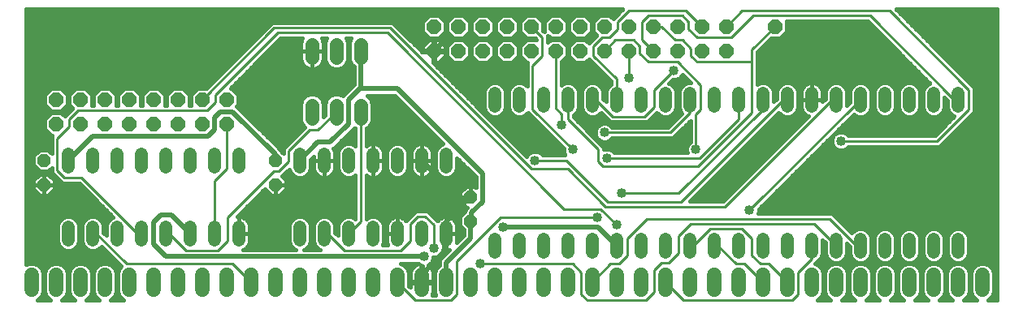
<source format=gbl>
G75*
%MOIN*%
%OFA0B0*%
%FSLAX24Y24*%
%IPPOS*%
%LPD*%
%AMOC8*
5,1,8,0,0,1.08239X$1,22.5*
%
%ADD10C,0.0600*%
%ADD11OC8,0.0600*%
%ADD12OC8,0.0520*%
%ADD13C,0.0520*%
%ADD14C,0.0560*%
%ADD15C,0.0200*%
%ADD16C,0.0400*%
%ADD17C,0.0160*%
%ADD18C,0.0100*%
D10*
X000680Y000880D02*
X000680Y001480D01*
X001680Y001480D02*
X001680Y000880D01*
X002680Y000880D02*
X002680Y001480D01*
X003680Y001480D02*
X003680Y000880D01*
X004680Y000880D02*
X004680Y001480D01*
X005680Y001480D02*
X005680Y000880D01*
X006680Y000880D02*
X006680Y001480D01*
X007680Y001480D02*
X007680Y000880D01*
X008680Y000880D02*
X008680Y001480D01*
X009680Y001480D02*
X009680Y000880D01*
X010680Y000880D02*
X010680Y001480D01*
X011680Y001480D02*
X011680Y000880D01*
X012680Y000880D02*
X012680Y001480D01*
X013680Y001480D02*
X013680Y000880D01*
X014680Y000880D02*
X014680Y001480D01*
X015680Y001480D02*
X015680Y000880D01*
X016680Y000880D02*
X016680Y001480D01*
X017680Y001480D02*
X017680Y000880D01*
X018680Y000880D02*
X018680Y001480D01*
X019680Y001480D02*
X019680Y000880D01*
X020680Y000880D02*
X020680Y001480D01*
X021680Y001480D02*
X021680Y000880D01*
X022680Y000880D02*
X022680Y001480D01*
X023680Y001480D02*
X023680Y000880D01*
X024680Y000880D02*
X024680Y001480D01*
X025680Y001480D02*
X025680Y000880D01*
X026680Y000880D02*
X026680Y001480D01*
X027680Y001480D02*
X027680Y000880D01*
X028680Y000880D02*
X028680Y001480D01*
X029680Y001480D02*
X029680Y000880D01*
X030680Y000880D02*
X030680Y001480D01*
X031680Y001480D02*
X031680Y000880D01*
X032680Y000880D02*
X032680Y001480D01*
X033680Y001480D02*
X033680Y000880D01*
X034680Y000880D02*
X034680Y001480D01*
X035680Y001480D02*
X035680Y000880D01*
X036680Y000880D02*
X036680Y001480D01*
X037680Y001480D02*
X037680Y000880D01*
X038680Y000880D02*
X038680Y001480D01*
X039680Y001480D02*
X039680Y000880D01*
D11*
X029180Y010680D03*
X028180Y010680D03*
X027180Y010680D03*
X026180Y010680D03*
X025180Y010680D03*
X024180Y010680D03*
X023180Y010680D03*
X022180Y010680D03*
X021180Y010680D03*
X020180Y010680D03*
X019180Y010680D03*
X018180Y010680D03*
X017180Y010680D03*
X017180Y011680D03*
X018180Y011680D03*
X019180Y011680D03*
X020180Y011680D03*
X021180Y011680D03*
X022180Y011680D03*
X023180Y011680D03*
X024180Y011680D03*
X025180Y011680D03*
X026180Y011680D03*
X027180Y011680D03*
X028180Y011680D03*
X029180Y011680D03*
X031180Y011680D03*
X008680Y008680D03*
X007680Y008680D03*
X006680Y008680D03*
X005680Y008680D03*
X004680Y008680D03*
X003680Y008680D03*
X002680Y008680D03*
X001680Y008680D03*
X001680Y007680D03*
X002680Y007680D03*
X003680Y007680D03*
X004680Y007680D03*
X005680Y007680D03*
X006680Y007680D03*
X007680Y007680D03*
X008680Y007680D03*
D12*
X010680Y006180D03*
X010680Y005180D03*
X018680Y004680D03*
X018680Y003680D03*
X001180Y005180D03*
X001180Y006180D03*
D13*
X002180Y005920D02*
X002180Y006440D01*
X003180Y006440D02*
X003180Y005920D01*
X004180Y005920D02*
X004180Y006440D01*
X005180Y006440D02*
X005180Y005920D01*
X006180Y005920D02*
X006180Y006440D01*
X007180Y006440D02*
X007180Y005920D01*
X008180Y005920D02*
X008180Y006440D01*
X009180Y006440D02*
X009180Y005920D01*
X011680Y005920D02*
X011680Y006440D01*
X012680Y006440D02*
X012680Y005920D01*
X013680Y005920D02*
X013680Y006440D01*
X014680Y006440D02*
X014680Y005920D01*
X015680Y005920D02*
X015680Y006440D01*
X016680Y006440D02*
X016680Y005920D01*
X017680Y005920D02*
X017680Y006440D01*
X019680Y008420D02*
X019680Y008940D01*
X020680Y008940D02*
X020680Y008420D01*
X021680Y008420D02*
X021680Y008940D01*
X022680Y008940D02*
X022680Y008420D01*
X023680Y008420D02*
X023680Y008940D01*
X024680Y008940D02*
X024680Y008420D01*
X025680Y008420D02*
X025680Y008940D01*
X026680Y008940D02*
X026680Y008420D01*
X027680Y008420D02*
X027680Y008940D01*
X028680Y008940D02*
X028680Y008420D01*
X029680Y008420D02*
X029680Y008940D01*
X030680Y008940D02*
X030680Y008420D01*
X031680Y008420D02*
X031680Y008940D01*
X032680Y008940D02*
X032680Y008420D01*
X033680Y008420D02*
X033680Y008940D01*
X034680Y008940D02*
X034680Y008420D01*
X035680Y008420D02*
X035680Y008940D01*
X036680Y008940D02*
X036680Y008420D01*
X037680Y008420D02*
X037680Y008940D01*
X038680Y008940D02*
X038680Y008420D01*
X038680Y002940D02*
X038680Y002420D01*
X037680Y002420D02*
X037680Y002940D01*
X036680Y002940D02*
X036680Y002420D01*
X035680Y002420D02*
X035680Y002940D01*
X034680Y002940D02*
X034680Y002420D01*
X033680Y002420D02*
X033680Y002940D01*
X032680Y002940D02*
X032680Y002420D01*
X031680Y002420D02*
X031680Y002940D01*
X030680Y002940D02*
X030680Y002420D01*
X029680Y002420D02*
X029680Y002940D01*
X028680Y002940D02*
X028680Y002420D01*
X027680Y002420D02*
X027680Y002940D01*
X026680Y002940D02*
X026680Y002420D01*
X025680Y002420D02*
X025680Y002940D01*
X024680Y002940D02*
X024680Y002420D01*
X023680Y002420D02*
X023680Y002940D01*
X022680Y002940D02*
X022680Y002420D01*
X021680Y002420D02*
X021680Y002940D01*
X020680Y002940D02*
X020680Y002420D01*
X019680Y002420D02*
X019680Y002940D01*
X017680Y002920D02*
X017680Y003440D01*
X016680Y003440D02*
X016680Y002920D01*
X015680Y002920D02*
X015680Y003440D01*
X014680Y003440D02*
X014680Y002920D01*
X013680Y002920D02*
X013680Y003440D01*
X012680Y003440D02*
X012680Y002920D01*
X011680Y002920D02*
X011680Y003440D01*
X009180Y003440D02*
X009180Y002920D01*
X008180Y002920D02*
X008180Y003440D01*
X007180Y003440D02*
X007180Y002920D01*
X006180Y002920D02*
X006180Y003440D01*
X005180Y003440D02*
X005180Y002920D01*
X004180Y002920D02*
X004180Y003440D01*
X003180Y003440D02*
X003180Y002920D01*
X002180Y002920D02*
X002180Y003440D01*
D14*
X012180Y007900D02*
X012180Y008460D01*
X013180Y008460D02*
X013180Y007900D01*
X014180Y007900D02*
X014180Y008460D01*
X014180Y010400D02*
X014180Y010960D01*
X013180Y010960D02*
X013180Y010400D01*
X012180Y010400D02*
X012180Y010960D01*
D15*
X014180Y010680D02*
X014180Y009180D01*
X014230Y009130D01*
X015680Y009130D01*
X019180Y005630D01*
X019180Y004480D01*
X018730Y004030D01*
X018730Y003730D01*
X018680Y003680D01*
X018680Y002980D01*
X017680Y001980D01*
X017680Y001180D01*
X016680Y001180D02*
X016680Y001480D01*
X017630Y002430D01*
X017630Y003130D01*
X017680Y003180D01*
X017680Y003680D01*
X018430Y004430D01*
X016680Y006180D01*
X013680Y007680D02*
X012930Y006930D01*
X012430Y006930D01*
X011680Y006180D01*
X010680Y006180D02*
X010680Y006430D01*
X008930Y008180D01*
X008430Y008180D01*
X008180Y007930D01*
X008180Y007430D01*
X007930Y007180D01*
X003180Y007180D01*
X002180Y006180D01*
X005680Y003630D02*
X005980Y003930D01*
X006430Y003930D01*
X007180Y003180D01*
X006180Y002230D02*
X005680Y002730D01*
X005680Y003630D01*
X006180Y002230D02*
X016780Y002230D01*
X020030Y003430D02*
X023930Y003430D01*
X024680Y002680D01*
X018680Y004680D02*
X018430Y004430D01*
X013680Y007680D02*
X013680Y008680D01*
X014180Y009180D01*
X017180Y010680D02*
X017680Y011180D01*
X018430Y011180D01*
X018680Y011430D01*
X018680Y011930D01*
X018930Y012180D01*
X022430Y012180D01*
X022680Y011930D01*
X022680Y010430D01*
X023180Y009930D01*
X023180Y008230D01*
X023680Y007730D01*
X025980Y007730D01*
X026130Y007880D01*
X026930Y007880D01*
D16*
X026930Y007880D03*
X024180Y007330D03*
X022880Y006630D03*
X021330Y006180D03*
X024280Y006280D03*
X027930Y006630D03*
X024880Y004830D03*
X023880Y003830D03*
X024680Y003530D03*
X020030Y003430D03*
X017180Y002580D03*
X016780Y002230D03*
X019080Y001930D03*
X030130Y004130D03*
X033880Y006980D03*
X025180Y009580D03*
X027030Y009880D03*
X022430Y007630D03*
D17*
X000952Y000473D02*
X000920Y000460D01*
X001440Y000460D01*
X001408Y000473D01*
X001273Y000608D01*
X001200Y000785D01*
X001200Y001575D01*
X001273Y001752D01*
X001408Y001887D01*
X001585Y001960D01*
X001775Y001960D01*
X001952Y001887D01*
X002087Y001752D01*
X002160Y001575D01*
X002160Y000785D01*
X002087Y000608D01*
X001952Y000473D01*
X001920Y000460D01*
X002440Y000460D01*
X002408Y000473D01*
X002273Y000608D01*
X002200Y000785D01*
X002200Y001575D01*
X002273Y001752D01*
X002408Y001887D01*
X002585Y001960D01*
X002775Y001960D01*
X002952Y001887D01*
X003087Y001752D01*
X003160Y001575D01*
X003160Y000785D01*
X003087Y000608D01*
X002952Y000473D01*
X002920Y000460D01*
X003440Y000460D01*
X003408Y000473D01*
X003273Y000608D01*
X003200Y000785D01*
X003200Y001575D01*
X003273Y001752D01*
X003408Y001887D01*
X003585Y001960D01*
X003775Y001960D01*
X003952Y001887D01*
X004087Y001752D01*
X004160Y001575D01*
X004160Y000785D01*
X004087Y000608D01*
X003952Y000473D01*
X003920Y000460D01*
X004440Y000460D01*
X004408Y000473D01*
X004273Y000608D01*
X004200Y000785D01*
X004200Y001575D01*
X004273Y001752D01*
X004353Y001832D01*
X004350Y001835D01*
X003533Y002651D01*
X003429Y002547D01*
X003268Y002480D01*
X003092Y002480D01*
X002931Y002547D01*
X002807Y002671D01*
X002740Y002832D01*
X002740Y003528D01*
X002807Y003689D01*
X002931Y003813D01*
X003092Y003880D01*
X003268Y003880D01*
X003429Y003813D01*
X003553Y003689D01*
X003620Y003528D01*
X003620Y003215D01*
X003740Y003095D01*
X003740Y003528D01*
X003807Y003689D01*
X003931Y003813D01*
X004030Y003854D01*
X002635Y005250D01*
X001935Y005250D01*
X001635Y005550D01*
X001500Y005685D01*
X001500Y005878D01*
X001362Y005740D01*
X000998Y005740D01*
X000740Y005998D01*
X000740Y006362D01*
X000998Y006620D01*
X001362Y006620D01*
X001500Y006482D01*
X001500Y007175D01*
X001525Y007200D01*
X001481Y007200D01*
X001200Y007481D01*
X001200Y007879D01*
X001481Y008160D01*
X001879Y008160D01*
X002032Y008007D01*
X002350Y008325D01*
X002353Y008328D01*
X002200Y008481D01*
X002200Y008879D01*
X002481Y009160D01*
X002879Y009160D01*
X003160Y008879D01*
X003160Y008481D01*
X003139Y008460D01*
X003221Y008460D01*
X003200Y008481D01*
X003200Y008879D01*
X003481Y009160D01*
X003879Y009160D01*
X004160Y008879D01*
X004160Y008481D01*
X004139Y008460D01*
X004221Y008460D01*
X004200Y008481D01*
X004200Y008879D01*
X004481Y009160D01*
X004879Y009160D01*
X005160Y008879D01*
X005160Y008481D01*
X005139Y008460D01*
X005221Y008460D01*
X005200Y008481D01*
X005200Y008879D01*
X005481Y009160D01*
X005879Y009160D01*
X006160Y008879D01*
X006160Y008481D01*
X006139Y008460D01*
X006221Y008460D01*
X006200Y008481D01*
X006200Y008879D01*
X006481Y009160D01*
X006879Y009160D01*
X007160Y008879D01*
X007160Y008481D01*
X007139Y008460D01*
X007221Y008460D01*
X007200Y008481D01*
X007200Y008879D01*
X007481Y009160D01*
X007835Y009160D01*
X010535Y011860D01*
X015475Y011860D01*
X015610Y011725D01*
X016700Y010635D01*
X016700Y010660D01*
X017160Y010660D01*
X017160Y010700D01*
X017160Y011160D01*
X016981Y011160D01*
X016700Y010879D01*
X016700Y010700D01*
X017160Y010700D01*
X017200Y010700D01*
X017200Y011160D01*
X017379Y011160D01*
X017660Y010879D01*
X017660Y010700D01*
X017200Y010700D01*
X017200Y010660D01*
X017660Y010660D01*
X017660Y010481D01*
X017379Y010200D01*
X017200Y010200D01*
X017200Y010660D01*
X017160Y010660D01*
X017160Y010200D01*
X017135Y010200D01*
X020988Y006347D01*
X021008Y006395D01*
X021115Y006502D01*
X021254Y006560D01*
X021406Y006560D01*
X021545Y006502D01*
X021637Y006410D01*
X022563Y006410D01*
X022558Y006415D01*
X022500Y006554D01*
X022500Y006685D01*
X021135Y008050D01*
X021033Y008151D01*
X020929Y008047D01*
X020768Y007980D01*
X020592Y007980D01*
X020431Y008047D01*
X020307Y008171D01*
X020240Y008332D01*
X020240Y009028D01*
X020307Y009189D01*
X020431Y009313D01*
X020592Y009380D01*
X020768Y009380D01*
X020929Y009313D01*
X021000Y009242D01*
X021000Y010175D01*
X021025Y010200D01*
X020981Y010200D01*
X020700Y010481D01*
X020700Y010879D01*
X020981Y011160D01*
X021375Y011160D01*
X021335Y011200D01*
X020981Y011200D01*
X020700Y011481D01*
X020700Y011879D01*
X020981Y012160D01*
X021379Y012160D01*
X021660Y011879D01*
X021660Y011525D01*
X021700Y011485D01*
X021700Y011879D01*
X021981Y012160D01*
X022379Y012160D01*
X022660Y011879D01*
X022660Y011481D01*
X022379Y011200D01*
X021981Y011200D01*
X021860Y011321D01*
X021860Y011039D01*
X021981Y011160D01*
X022379Y011160D01*
X022660Y010879D01*
X022660Y010481D01*
X022410Y010231D01*
X022410Y009292D01*
X022431Y009313D01*
X022592Y009380D01*
X022768Y009380D01*
X022929Y009313D01*
X023053Y009189D01*
X023120Y009028D01*
X023120Y008332D01*
X023053Y008171D01*
X022929Y008047D01*
X022910Y008039D01*
X022910Y007975D01*
X024025Y006860D01*
X024160Y006725D01*
X024160Y006642D01*
X024204Y006660D01*
X024356Y006660D01*
X024495Y006602D01*
X024587Y006510D01*
X027568Y006510D01*
X027550Y006554D01*
X027550Y006706D01*
X027608Y006845D01*
X027700Y006937D01*
X027700Y007825D01*
X027110Y007235D01*
X026975Y007100D01*
X024487Y007100D01*
X024395Y007008D01*
X024256Y006950D01*
X024104Y006950D01*
X023965Y007008D01*
X023858Y007115D01*
X023800Y007254D01*
X023800Y007406D01*
X023858Y007545D01*
X023965Y007652D01*
X024104Y007710D01*
X024256Y007710D01*
X024395Y007652D01*
X024487Y007560D01*
X026785Y007560D01*
X027351Y008127D01*
X027307Y008171D01*
X027240Y008332D01*
X027240Y009028D01*
X027307Y009189D01*
X027431Y009313D01*
X027592Y009380D01*
X027705Y009380D01*
X027372Y009713D01*
X027352Y009665D01*
X027245Y009558D01*
X027106Y009500D01*
X026975Y009500D01*
X026830Y009354D01*
X026929Y009313D01*
X027053Y009189D01*
X027120Y009028D01*
X027120Y008332D01*
X027053Y008171D01*
X026929Y008047D01*
X026768Y007980D01*
X026592Y007980D01*
X026431Y008047D01*
X026327Y008151D01*
X026325Y008150D01*
X025925Y007750D01*
X024435Y007750D01*
X024300Y007885D01*
X024033Y008151D01*
X023929Y008047D01*
X023768Y007980D01*
X023592Y007980D01*
X023431Y008047D01*
X023307Y008171D01*
X023240Y008332D01*
X023240Y009028D01*
X023307Y009189D01*
X023431Y009313D01*
X023592Y009380D01*
X023768Y009380D01*
X023929Y009313D01*
X024053Y009189D01*
X024120Y009028D01*
X024120Y008715D01*
X024240Y008595D01*
X024240Y009028D01*
X024307Y009189D01*
X024431Y009313D01*
X024450Y009321D01*
X024450Y009435D01*
X023532Y010353D01*
X023379Y010200D01*
X022981Y010200D01*
X022700Y010481D01*
X022700Y010879D01*
X022981Y011160D01*
X023379Y011160D01*
X023532Y011007D01*
X023850Y011325D01*
X023850Y011325D01*
X023853Y011328D01*
X023700Y011481D01*
X023700Y011879D01*
X023981Y012160D01*
X024379Y012160D01*
X024532Y012007D01*
X024921Y012396D01*
X000460Y012396D01*
X000460Y001908D01*
X000585Y001960D01*
X000775Y001960D01*
X000952Y001887D01*
X001087Y001752D01*
X001160Y001575D01*
X001160Y000785D01*
X001087Y000608D01*
X000952Y000473D01*
X000976Y000497D02*
X001384Y000497D01*
X001253Y000656D02*
X001107Y000656D01*
X001160Y000814D02*
X001200Y000814D01*
X001200Y000973D02*
X001160Y000973D01*
X001160Y001131D02*
X001200Y001131D01*
X001200Y001290D02*
X001160Y001290D01*
X001160Y001448D02*
X001200Y001448D01*
X001213Y001607D02*
X001147Y001607D01*
X001074Y001765D02*
X001286Y001765D01*
X001496Y001924D02*
X000864Y001924D01*
X000496Y001924D02*
X000460Y001924D01*
X000460Y002082D02*
X004103Y002082D01*
X004261Y001924D02*
X003864Y001924D01*
X004074Y001765D02*
X004286Y001765D01*
X004213Y001607D02*
X004147Y001607D01*
X004160Y001448D02*
X004200Y001448D01*
X004200Y001290D02*
X004160Y001290D01*
X004160Y001131D02*
X004200Y001131D01*
X004200Y000973D02*
X004160Y000973D01*
X004160Y000814D02*
X004200Y000814D01*
X004253Y000656D02*
X004107Y000656D01*
X003976Y000497D02*
X004384Y000497D01*
X003384Y000497D02*
X002976Y000497D01*
X003107Y000656D02*
X003253Y000656D01*
X003200Y000814D02*
X003160Y000814D01*
X003160Y000973D02*
X003200Y000973D01*
X003200Y001131D02*
X003160Y001131D01*
X003160Y001290D02*
X003200Y001290D01*
X003200Y001448D02*
X003160Y001448D01*
X003147Y001607D02*
X003213Y001607D01*
X003286Y001765D02*
X003074Y001765D01*
X002864Y001924D02*
X003496Y001924D01*
X002496Y001924D02*
X001864Y001924D01*
X002074Y001765D02*
X002286Y001765D01*
X002213Y001607D02*
X002147Y001607D01*
X002160Y001448D02*
X002200Y001448D01*
X002200Y001290D02*
X002160Y001290D01*
X002160Y001131D02*
X002200Y001131D01*
X002200Y000973D02*
X002160Y000973D01*
X002160Y000814D02*
X002200Y000814D01*
X002253Y000656D02*
X002107Y000656D01*
X001976Y000497D02*
X002384Y000497D01*
X003944Y002241D02*
X000460Y002241D01*
X000460Y002399D02*
X003786Y002399D01*
X003627Y002558D02*
X003440Y002558D01*
X002920Y002558D02*
X002440Y002558D01*
X002429Y002547D02*
X002553Y002671D01*
X002620Y002832D01*
X002620Y003528D01*
X002553Y003689D01*
X002429Y003813D01*
X002268Y003880D01*
X002092Y003880D01*
X001931Y003813D01*
X001807Y003689D01*
X001740Y003528D01*
X001740Y002832D01*
X001807Y002671D01*
X001931Y002547D01*
X002092Y002480D01*
X002268Y002480D01*
X002429Y002547D01*
X002572Y002716D02*
X002788Y002716D01*
X002740Y002875D02*
X002620Y002875D01*
X002620Y003033D02*
X002740Y003033D01*
X002740Y003192D02*
X002620Y003192D01*
X002620Y003350D02*
X002740Y003350D01*
X002740Y003509D02*
X002620Y003509D01*
X002562Y003667D02*
X002798Y003667D01*
X002961Y003826D02*
X002399Y003826D01*
X001961Y003826D02*
X000460Y003826D01*
X000460Y003984D02*
X003901Y003984D01*
X003961Y003826D02*
X003399Y003826D01*
X003562Y003667D02*
X003798Y003667D01*
X003740Y003509D02*
X003620Y003509D01*
X003620Y003350D02*
X003740Y003350D01*
X003740Y003192D02*
X003644Y003192D01*
X001740Y003192D02*
X000460Y003192D01*
X000460Y003350D02*
X001740Y003350D01*
X001740Y003509D02*
X000460Y003509D01*
X000460Y003667D02*
X001798Y003667D01*
X001740Y003033D02*
X000460Y003033D01*
X000460Y002875D02*
X001740Y002875D01*
X001788Y002716D02*
X000460Y002716D01*
X000460Y002558D02*
X001920Y002558D01*
X000460Y004143D02*
X003742Y004143D01*
X003584Y004301D02*
X000460Y004301D01*
X000460Y004460D02*
X003425Y004460D01*
X003267Y004618D02*
X000460Y004618D01*
X000460Y004777D02*
X000961Y004777D01*
X000998Y004740D02*
X000740Y004998D01*
X000740Y005180D01*
X001180Y005180D01*
X001180Y005180D01*
X001180Y005620D01*
X001362Y005620D01*
X001620Y005362D01*
X001620Y005180D01*
X001180Y005180D01*
X001180Y005180D01*
X001180Y005180D01*
X001180Y005620D01*
X000998Y005620D01*
X000740Y005362D01*
X000740Y005180D01*
X001180Y005180D01*
X001620Y005180D01*
X001620Y004998D01*
X001362Y004740D01*
X001180Y004740D01*
X001180Y005180D01*
X001180Y005180D01*
X001180Y004740D01*
X000998Y004740D01*
X001180Y004777D02*
X001180Y004777D01*
X001180Y004935D02*
X001180Y004935D01*
X001180Y005094D02*
X001180Y005094D01*
X001557Y004935D02*
X002950Y004935D01*
X003108Y004777D02*
X001399Y004777D01*
X001620Y005094D02*
X002791Y005094D01*
X001933Y005252D02*
X001620Y005252D01*
X001572Y005411D02*
X001774Y005411D01*
X001616Y005569D02*
X001413Y005569D01*
X001500Y005728D02*
X000460Y005728D01*
X000460Y005886D02*
X000852Y005886D01*
X000740Y006045D02*
X000460Y006045D01*
X000460Y006203D02*
X000740Y006203D01*
X000740Y006362D02*
X000460Y006362D01*
X000460Y006520D02*
X000898Y006520D01*
X000460Y006679D02*
X001500Y006679D01*
X001500Y006520D02*
X001462Y006520D01*
X001500Y006837D02*
X000460Y006837D01*
X000460Y006996D02*
X001500Y006996D01*
X001500Y007154D02*
X000460Y007154D01*
X000460Y007313D02*
X001369Y007313D01*
X001210Y007471D02*
X000460Y007471D01*
X000460Y007630D02*
X001200Y007630D01*
X001200Y007788D02*
X000460Y007788D01*
X000460Y007947D02*
X001268Y007947D01*
X001426Y008105D02*
X000460Y008105D01*
X000460Y008264D02*
X001418Y008264D01*
X001481Y008200D02*
X001879Y008200D01*
X002160Y008481D01*
X002160Y008879D01*
X001879Y009160D01*
X001481Y009160D01*
X001200Y008879D01*
X001200Y008481D01*
X001481Y008200D01*
X001934Y008105D02*
X002130Y008105D01*
X002288Y008264D02*
X001942Y008264D01*
X002101Y008422D02*
X002259Y008422D01*
X002200Y008581D02*
X002160Y008581D01*
X002160Y008739D02*
X002200Y008739D01*
X002219Y008898D02*
X002141Y008898D01*
X001983Y009056D02*
X002377Y009056D01*
X002983Y009056D02*
X003377Y009056D01*
X003219Y008898D02*
X003141Y008898D01*
X003160Y008739D02*
X003200Y008739D01*
X003200Y008581D02*
X003160Y008581D01*
X003983Y009056D02*
X004377Y009056D01*
X004219Y008898D02*
X004141Y008898D01*
X004160Y008739D02*
X004200Y008739D01*
X004200Y008581D02*
X004160Y008581D01*
X005160Y008581D02*
X005200Y008581D01*
X005200Y008739D02*
X005160Y008739D01*
X005141Y008898D02*
X005219Y008898D01*
X005377Y009056D02*
X004983Y009056D01*
X005983Y009056D02*
X006377Y009056D01*
X006219Y008898D02*
X006141Y008898D01*
X006160Y008739D02*
X006200Y008739D01*
X006200Y008581D02*
X006160Y008581D01*
X007160Y008581D02*
X007200Y008581D01*
X007200Y008739D02*
X007160Y008739D01*
X007141Y008898D02*
X007219Y008898D01*
X007377Y009056D02*
X006983Y009056D01*
X007889Y009215D02*
X000460Y009215D01*
X000460Y009373D02*
X008048Y009373D01*
X008206Y009532D02*
X000460Y009532D01*
X000460Y009690D02*
X008365Y009690D01*
X008523Y009849D02*
X000460Y009849D01*
X000460Y010007D02*
X008682Y010007D01*
X008840Y010166D02*
X000460Y010166D01*
X000460Y010324D02*
X008999Y010324D01*
X009157Y010483D02*
X000460Y010483D01*
X000460Y010641D02*
X009316Y010641D01*
X009474Y010800D02*
X000460Y010800D01*
X000460Y010958D02*
X009633Y010958D01*
X009791Y011117D02*
X000460Y011117D01*
X000460Y011275D02*
X009950Y011275D01*
X010108Y011434D02*
X000460Y011434D01*
X000460Y011592D02*
X010267Y011592D01*
X010425Y011751D02*
X000460Y011751D01*
X000460Y011909D02*
X016730Y011909D01*
X016700Y011879D02*
X016700Y011481D01*
X016981Y011200D01*
X017379Y011200D01*
X017660Y011481D01*
X017660Y011879D01*
X017379Y012160D01*
X016981Y012160D01*
X016700Y011879D01*
X016700Y011751D02*
X015585Y011751D01*
X015743Y011592D02*
X016700Y011592D01*
X016748Y011434D02*
X015902Y011434D01*
X016060Y011275D02*
X016906Y011275D01*
X016938Y011117D02*
X016219Y011117D01*
X016377Y010958D02*
X016779Y010958D01*
X016700Y010800D02*
X016536Y010800D01*
X016694Y010641D02*
X016700Y010641D01*
X017160Y010641D02*
X017200Y010641D01*
X017200Y010800D02*
X017160Y010800D01*
X017160Y010958D02*
X017200Y010958D01*
X017200Y011117D02*
X017160Y011117D01*
X017422Y011117D02*
X017938Y011117D01*
X017981Y011160D02*
X017700Y010879D01*
X017700Y010481D01*
X017981Y010200D01*
X018379Y010200D01*
X018660Y010481D01*
X018660Y010879D01*
X018379Y011160D01*
X017981Y011160D01*
X017981Y011200D02*
X018379Y011200D01*
X018660Y011481D01*
X018660Y011879D01*
X018379Y012160D01*
X017981Y012160D01*
X017700Y011879D01*
X017700Y011481D01*
X017981Y011200D01*
X017906Y011275D02*
X017454Y011275D01*
X017612Y011434D02*
X017748Y011434D01*
X017700Y011592D02*
X017660Y011592D01*
X017660Y011751D02*
X017700Y011751D01*
X017730Y011909D02*
X017630Y011909D01*
X017471Y012068D02*
X017889Y012068D01*
X018471Y012068D02*
X018889Y012068D01*
X018981Y012160D02*
X018700Y011879D01*
X018700Y011481D01*
X018981Y011200D01*
X019379Y011200D01*
X019660Y011481D01*
X019660Y011879D01*
X019379Y012160D01*
X018981Y012160D01*
X019471Y012068D02*
X019889Y012068D01*
X019981Y012160D02*
X019700Y011879D01*
X019700Y011481D01*
X019981Y011200D01*
X020379Y011200D01*
X020660Y011481D01*
X020660Y011879D01*
X020379Y012160D01*
X019981Y012160D01*
X019730Y011909D02*
X019630Y011909D01*
X019660Y011751D02*
X019700Y011751D01*
X019700Y011592D02*
X019660Y011592D01*
X019612Y011434D02*
X019748Y011434D01*
X019906Y011275D02*
X019454Y011275D01*
X019379Y011160D02*
X018981Y011160D01*
X018700Y010879D01*
X018700Y010481D01*
X018981Y010200D01*
X019379Y010200D01*
X019660Y010481D01*
X019660Y010879D01*
X019379Y011160D01*
X019422Y011117D02*
X019938Y011117D01*
X019981Y011160D02*
X019700Y010879D01*
X019700Y010481D01*
X019981Y010200D01*
X020379Y010200D01*
X020660Y010481D01*
X020660Y010879D01*
X020379Y011160D01*
X019981Y011160D01*
X019779Y010958D02*
X019581Y010958D01*
X019660Y010800D02*
X019700Y010800D01*
X019700Y010641D02*
X019660Y010641D01*
X019660Y010483D02*
X019700Y010483D01*
X019857Y010324D02*
X019503Y010324D01*
X018857Y010324D02*
X018503Y010324D01*
X018660Y010483D02*
X018700Y010483D01*
X018700Y010641D02*
X018660Y010641D01*
X018660Y010800D02*
X018700Y010800D01*
X018779Y010958D02*
X018581Y010958D01*
X018422Y011117D02*
X018938Y011117D01*
X018906Y011275D02*
X018454Y011275D01*
X018612Y011434D02*
X018748Y011434D01*
X018700Y011592D02*
X018660Y011592D01*
X018660Y011751D02*
X018700Y011751D01*
X018730Y011909D02*
X018630Y011909D01*
X016889Y012068D02*
X000460Y012068D01*
X000460Y012226D02*
X024751Y012226D01*
X024909Y012385D02*
X000460Y012385D01*
X009365Y009690D02*
X013900Y009690D01*
X013900Y009532D02*
X009207Y009532D01*
X009048Y009373D02*
X013900Y009373D01*
X013900Y009296D02*
X013521Y008917D01*
X013447Y008843D01*
X013441Y008850D01*
X013271Y008920D01*
X013088Y008920D01*
X012919Y008850D01*
X012790Y008721D01*
X012720Y008551D01*
X012720Y008045D01*
X012640Y007965D01*
X012640Y008551D01*
X012570Y008721D01*
X012441Y008850D01*
X012271Y008920D01*
X012088Y008920D01*
X011919Y008850D01*
X011790Y008721D01*
X011720Y008551D01*
X011720Y007808D01*
X011790Y007639D01*
X011877Y007552D01*
X011850Y007525D01*
X011000Y006675D01*
X011000Y006482D01*
X010934Y006548D01*
X010917Y006589D01*
X010839Y006667D01*
X009092Y008414D01*
X009160Y008481D01*
X009160Y008879D01*
X008879Y009160D01*
X008835Y009160D01*
X010875Y011200D01*
X011786Y011200D01*
X011754Y011137D01*
X011731Y011068D01*
X011720Y010996D01*
X011720Y010690D01*
X012170Y010690D01*
X012170Y010670D01*
X012190Y010670D01*
X012190Y010690D01*
X012640Y010690D01*
X012640Y010996D01*
X012629Y011068D01*
X012606Y011137D01*
X012574Y011200D01*
X012782Y011200D01*
X012720Y011051D01*
X012720Y010308D01*
X012790Y010139D01*
X012919Y010010D01*
X013088Y009940D01*
X013271Y009940D01*
X013441Y010010D01*
X013570Y010139D01*
X013640Y010308D01*
X013640Y011051D01*
X013578Y011200D01*
X013782Y011200D01*
X013720Y011051D01*
X013720Y010308D01*
X013790Y010139D01*
X013900Y010029D01*
X013900Y009296D01*
X013819Y009215D02*
X008890Y009215D01*
X008983Y009056D02*
X013660Y009056D01*
X013502Y008898D02*
X013326Y008898D01*
X013034Y008898D02*
X012326Y008898D01*
X012552Y008739D02*
X012808Y008739D01*
X012732Y008581D02*
X012628Y008581D01*
X012640Y008422D02*
X012720Y008422D01*
X012720Y008264D02*
X012640Y008264D01*
X012640Y008105D02*
X012720Y008105D01*
X011720Y008105D02*
X009401Y008105D01*
X009559Y007947D02*
X011720Y007947D01*
X011728Y007788D02*
X009718Y007788D01*
X009876Y007630D02*
X011800Y007630D01*
X011796Y007471D02*
X010035Y007471D01*
X010193Y007313D02*
X011637Y007313D01*
X011479Y007154D02*
X010352Y007154D01*
X010510Y006996D02*
X011320Y006996D01*
X011162Y006837D02*
X010669Y006837D01*
X010827Y006679D02*
X011003Y006679D01*
X011000Y006520D02*
X010962Y006520D01*
X012120Y006224D02*
X012240Y006344D01*
X012240Y006180D01*
X012680Y006180D01*
X013120Y006180D01*
X013120Y006475D01*
X013109Y006543D01*
X013088Y006609D01*
X013056Y006671D01*
X013051Y006677D01*
X013089Y006693D01*
X013167Y006771D01*
X013913Y007517D01*
X013919Y007510D01*
X013950Y007497D01*
X013950Y006792D01*
X013929Y006813D01*
X013768Y006880D01*
X013592Y006880D01*
X013431Y006813D01*
X013307Y006689D01*
X013240Y006528D01*
X013240Y005832D01*
X013307Y005671D01*
X013431Y005547D01*
X013592Y005480D01*
X013768Y005480D01*
X013929Y005547D01*
X013950Y005568D01*
X013950Y003792D01*
X013929Y003813D01*
X013768Y003880D01*
X013592Y003880D01*
X013431Y003813D01*
X013307Y003689D01*
X013240Y003528D01*
X013240Y003095D01*
X013120Y003215D01*
X013120Y003528D01*
X013053Y003689D01*
X012929Y003813D01*
X012768Y003880D01*
X012592Y003880D01*
X012431Y003813D01*
X012307Y003689D01*
X012240Y003528D01*
X012240Y002832D01*
X012307Y002671D01*
X012431Y002547D01*
X012520Y002510D01*
X011840Y002510D01*
X011929Y002547D01*
X012053Y002671D01*
X012120Y002832D01*
X012120Y003528D01*
X012053Y003689D01*
X011929Y003813D01*
X011768Y003880D01*
X011592Y003880D01*
X011431Y003813D01*
X011307Y003689D01*
X011240Y003528D01*
X011240Y002832D01*
X011307Y002671D01*
X011431Y002547D01*
X011520Y002510D01*
X009342Y002510D01*
X009349Y002512D01*
X009411Y002544D01*
X009467Y002584D01*
X009516Y002633D01*
X009556Y002689D01*
X009588Y002751D01*
X009609Y002817D01*
X009620Y002885D01*
X009620Y003180D01*
X009620Y003475D01*
X009609Y003543D01*
X009588Y003609D01*
X009556Y003671D01*
X009516Y003727D01*
X009467Y003776D01*
X009411Y003816D01*
X009349Y003848D01*
X009283Y003869D01*
X009215Y003880D01*
X009180Y003880D01*
X009180Y003180D01*
X009180Y003180D01*
X009620Y003180D01*
X009180Y003180D01*
X009180Y003180D01*
X009180Y003880D01*
X009145Y003880D01*
X009098Y003872D01*
X010240Y005015D01*
X010240Y004998D01*
X010498Y004740D01*
X010680Y004740D01*
X010862Y004740D01*
X011120Y004998D01*
X011120Y005180D01*
X011120Y005362D01*
X010954Y005528D01*
X011245Y005820D01*
X011307Y005671D01*
X011431Y005547D01*
X011592Y005480D01*
X011768Y005480D01*
X011929Y005547D01*
X012053Y005671D01*
X012120Y005832D01*
X012120Y006224D01*
X012120Y006203D02*
X012240Y006203D01*
X012240Y006180D02*
X012240Y005885D01*
X012251Y005817D01*
X012272Y005751D01*
X012304Y005689D01*
X012344Y005633D01*
X012393Y005584D01*
X012449Y005544D01*
X012511Y005512D01*
X012577Y005491D01*
X012645Y005480D01*
X012680Y005480D01*
X012715Y005480D01*
X012783Y005491D01*
X012849Y005512D01*
X012911Y005544D01*
X012967Y005584D01*
X013016Y005633D01*
X013056Y005689D01*
X013088Y005751D01*
X013109Y005817D01*
X013120Y005885D01*
X013120Y006180D01*
X012680Y006180D01*
X012680Y006180D01*
X012680Y005480D01*
X012680Y006180D01*
X012680Y006180D01*
X012680Y006180D01*
X012240Y006180D01*
X012240Y006045D02*
X012120Y006045D01*
X012120Y005886D02*
X012240Y005886D01*
X012284Y005728D02*
X012077Y005728D01*
X011951Y005569D02*
X012415Y005569D01*
X012680Y005569D02*
X012680Y005569D01*
X012680Y005728D02*
X012680Y005728D01*
X012680Y005886D02*
X012680Y005886D01*
X013076Y005728D02*
X013283Y005728D01*
X013240Y005886D02*
X013120Y005886D01*
X013120Y006045D02*
X013240Y006045D01*
X013240Y006203D02*
X013120Y006203D01*
X013120Y006362D02*
X013240Y006362D01*
X013240Y006520D02*
X013113Y006520D01*
X013055Y006679D02*
X013303Y006679D01*
X013233Y006837D02*
X013489Y006837D01*
X013391Y006996D02*
X013950Y006996D01*
X013950Y007154D02*
X013550Y007154D01*
X013708Y007313D02*
X013950Y007313D01*
X013950Y007471D02*
X013867Y007471D01*
X014410Y007471D02*
X016943Y007471D01*
X017102Y007313D02*
X014410Y007313D01*
X014410Y007154D02*
X017260Y007154D01*
X017419Y006996D02*
X014410Y006996D01*
X014410Y006837D02*
X014490Y006837D01*
X014511Y006848D02*
X014449Y006816D01*
X014410Y006788D01*
X014410Y007497D01*
X014441Y007510D01*
X014570Y007639D01*
X014640Y007808D01*
X014640Y008551D01*
X014570Y008721D01*
X014441Y008850D01*
X014440Y008850D01*
X015564Y008850D01*
X017551Y006863D01*
X017431Y006813D01*
X017307Y006689D01*
X017240Y006528D01*
X017240Y005832D01*
X017307Y005671D01*
X017431Y005547D01*
X017592Y005480D01*
X017768Y005480D01*
X017929Y005547D01*
X018053Y005671D01*
X018120Y005832D01*
X018120Y006294D01*
X018900Y005514D01*
X018900Y005082D01*
X018862Y005120D01*
X018680Y005120D01*
X018680Y004680D01*
X018680Y004680D01*
X018680Y004680D01*
X018240Y004680D01*
X018240Y004862D01*
X018498Y005120D01*
X018680Y005120D01*
X018680Y004680D01*
X018240Y004680D01*
X018240Y004498D01*
X018498Y004240D01*
X018544Y004240D01*
X018493Y004189D01*
X018450Y004086D01*
X018450Y004072D01*
X018240Y003862D01*
X018240Y003498D01*
X018400Y003338D01*
X018400Y003096D01*
X018103Y002799D01*
X018109Y002817D01*
X018120Y002885D01*
X018120Y003180D01*
X018120Y003475D01*
X018109Y003543D01*
X018088Y003609D01*
X018056Y003671D01*
X018016Y003727D01*
X017967Y003776D01*
X017911Y003816D01*
X017849Y003848D01*
X017783Y003869D01*
X017715Y003880D01*
X017680Y003880D01*
X017680Y003180D01*
X017680Y003180D01*
X018120Y003180D01*
X017680Y003180D01*
X017680Y003180D01*
X017680Y003880D01*
X017645Y003880D01*
X017577Y003869D01*
X017511Y003848D01*
X017449Y003816D01*
X017393Y003776D01*
X017344Y003727D01*
X017329Y003706D01*
X017275Y003760D01*
X016925Y004110D01*
X016435Y004110D01*
X016300Y003975D01*
X016031Y003706D01*
X016016Y003727D01*
X015967Y003776D01*
X015911Y003816D01*
X015849Y003848D01*
X015783Y003869D01*
X015715Y003880D01*
X015680Y003880D01*
X015680Y003180D01*
X015680Y003180D01*
X015680Y003180D01*
X015240Y003180D01*
X015240Y003475D01*
X015251Y003543D01*
X015272Y003609D01*
X015304Y003671D01*
X015344Y003727D01*
X015393Y003776D01*
X015449Y003816D01*
X015511Y003848D01*
X015577Y003869D01*
X015645Y003880D01*
X015680Y003880D01*
X015680Y003180D01*
X015240Y003180D01*
X015240Y002885D01*
X015251Y002817D01*
X015272Y002751D01*
X015293Y002710D01*
X015069Y002710D01*
X015120Y002832D01*
X015120Y003528D01*
X015053Y003689D01*
X014929Y003813D01*
X014768Y003880D01*
X014592Y003880D01*
X014431Y003813D01*
X014410Y003792D01*
X014410Y005572D01*
X014449Y005544D01*
X014511Y005512D01*
X014577Y005491D01*
X014645Y005480D01*
X014680Y005480D01*
X014715Y005480D01*
X014783Y005491D01*
X014849Y005512D01*
X014911Y005544D01*
X014967Y005584D01*
X015016Y005633D01*
X015056Y005689D01*
X015088Y005751D01*
X015109Y005817D01*
X015120Y005885D01*
X015120Y006180D01*
X015120Y006475D01*
X015109Y006543D01*
X015088Y006609D01*
X015056Y006671D01*
X015016Y006727D01*
X014967Y006776D01*
X014911Y006816D01*
X014849Y006848D01*
X014783Y006869D01*
X014715Y006880D01*
X014680Y006880D01*
X014680Y006180D01*
X014680Y006180D01*
X015120Y006180D01*
X014680Y006180D01*
X014680Y006180D01*
X014680Y006880D01*
X014645Y006880D01*
X014577Y006869D01*
X014511Y006848D01*
X014680Y006837D02*
X014680Y006837D01*
X014870Y006837D02*
X015489Y006837D01*
X015431Y006813D02*
X015307Y006689D01*
X015240Y006528D01*
X015240Y005832D01*
X015307Y005671D01*
X015431Y005547D01*
X015592Y005480D01*
X015768Y005480D01*
X015929Y005547D01*
X016053Y005671D01*
X016120Y005832D01*
X016120Y006528D01*
X016053Y006689D01*
X015929Y006813D01*
X015768Y006880D01*
X015592Y006880D01*
X015431Y006813D01*
X015303Y006679D02*
X015051Y006679D01*
X015113Y006520D02*
X015240Y006520D01*
X015240Y006362D02*
X015120Y006362D01*
X015120Y006203D02*
X015240Y006203D01*
X015240Y006045D02*
X015120Y006045D01*
X015120Y005886D02*
X015240Y005886D01*
X015283Y005728D02*
X015076Y005728D01*
X014945Y005569D02*
X015409Y005569D01*
X015951Y005569D02*
X016415Y005569D01*
X016393Y005584D02*
X016449Y005544D01*
X016511Y005512D01*
X016577Y005491D01*
X016645Y005480D01*
X016680Y005480D01*
X016715Y005480D01*
X016783Y005491D01*
X016849Y005512D01*
X016911Y005544D01*
X016967Y005584D01*
X017016Y005633D01*
X017056Y005689D01*
X017088Y005751D01*
X017109Y005817D01*
X017120Y005885D01*
X017120Y006180D01*
X017120Y006475D01*
X017109Y006543D01*
X017088Y006609D01*
X017056Y006671D01*
X017016Y006727D01*
X016967Y006776D01*
X016911Y006816D01*
X016849Y006848D01*
X016783Y006869D01*
X016715Y006880D01*
X016680Y006880D01*
X016680Y006180D01*
X017120Y006180D01*
X016680Y006180D01*
X016680Y006180D01*
X016680Y006180D01*
X016680Y005480D01*
X016680Y006180D01*
X016680Y006180D01*
X016680Y006180D01*
X016240Y006180D01*
X016240Y006475D01*
X016251Y006543D01*
X016272Y006609D01*
X016304Y006671D01*
X016344Y006727D01*
X016393Y006776D01*
X016449Y006816D01*
X016511Y006848D01*
X016577Y006869D01*
X016645Y006880D01*
X016680Y006880D01*
X016680Y006180D01*
X016240Y006180D01*
X016240Y005885D01*
X016251Y005817D01*
X016272Y005751D01*
X016304Y005689D01*
X016344Y005633D01*
X016393Y005584D01*
X016284Y005728D02*
X016077Y005728D01*
X016120Y005886D02*
X016240Y005886D01*
X016680Y005886D02*
X016680Y005886D01*
X016680Y005728D02*
X016680Y005728D01*
X016680Y005569D02*
X016680Y005569D01*
X016945Y005569D02*
X017409Y005569D01*
X017283Y005728D02*
X017076Y005728D01*
X017120Y005886D02*
X017240Y005886D01*
X017240Y006045D02*
X017120Y006045D01*
X017120Y006203D02*
X017240Y006203D01*
X017240Y006362D02*
X017120Y006362D01*
X017113Y006520D02*
X017240Y006520D01*
X017303Y006679D02*
X017051Y006679D01*
X016680Y006679D02*
X016680Y006679D01*
X016680Y006520D02*
X016680Y006520D01*
X016680Y006362D02*
X016680Y006362D01*
X016680Y006203D02*
X016680Y006203D01*
X016680Y006045D02*
X016680Y006045D01*
X016240Y006045D02*
X016120Y006045D01*
X016120Y006203D02*
X016240Y006203D01*
X016240Y006362D02*
X016120Y006362D01*
X016120Y006520D02*
X016247Y006520D01*
X016309Y006679D02*
X016057Y006679D01*
X015871Y006837D02*
X016490Y006837D01*
X016680Y006837D02*
X016680Y006837D01*
X016870Y006837D02*
X017489Y006837D01*
X018120Y006203D02*
X018211Y006203D01*
X018120Y006045D02*
X018370Y006045D01*
X018528Y005886D02*
X018120Y005886D01*
X018077Y005728D02*
X018687Y005728D01*
X018845Y005569D02*
X017951Y005569D01*
X018900Y005411D02*
X014410Y005411D01*
X014410Y005569D02*
X014415Y005569D01*
X014680Y005569D02*
X014680Y005569D01*
X014680Y005480D02*
X014680Y006180D01*
X014680Y006180D01*
X014680Y005480D01*
X014410Y005252D02*
X018900Y005252D01*
X018889Y005094D02*
X018900Y005094D01*
X018680Y005094D02*
X018680Y005094D01*
X018680Y004935D02*
X018680Y004935D01*
X018680Y004777D02*
X018680Y004777D01*
X018313Y004935D02*
X014410Y004935D01*
X014410Y004777D02*
X018240Y004777D01*
X018240Y004618D02*
X014410Y004618D01*
X013950Y004618D02*
X009843Y004618D01*
X010002Y004777D02*
X010461Y004777D01*
X010680Y004777D02*
X010680Y004777D01*
X010680Y004740D02*
X010680Y005180D01*
X011120Y005180D01*
X010680Y005180D01*
X010680Y005180D01*
X010680Y005180D01*
X010680Y004740D01*
X010680Y004935D02*
X010680Y004935D01*
X010680Y005094D02*
X010680Y005094D01*
X011057Y004935D02*
X013950Y004935D01*
X013950Y004777D02*
X010899Y004777D01*
X010303Y004935D02*
X010160Y004935D01*
X011120Y005094D02*
X013950Y005094D01*
X014410Y005094D02*
X018471Y005094D01*
X018278Y004460D02*
X014410Y004460D01*
X014410Y004301D02*
X018437Y004301D01*
X018474Y004143D02*
X014410Y004143D01*
X014410Y003984D02*
X016309Y003984D01*
X016150Y003826D02*
X015893Y003826D01*
X015680Y003826D02*
X015680Y003826D01*
X015467Y003826D02*
X014899Y003826D01*
X014461Y003826D02*
X014410Y003826D01*
X013950Y003826D02*
X013899Y003826D01*
X013950Y003984D02*
X009209Y003984D01*
X009180Y003826D02*
X009180Y003826D01*
X009393Y003826D02*
X011461Y003826D01*
X011899Y003826D02*
X012461Y003826D01*
X012899Y003826D02*
X013461Y003826D01*
X013298Y003667D02*
X013062Y003667D01*
X013120Y003509D02*
X013240Y003509D01*
X013240Y003350D02*
X013120Y003350D01*
X013144Y003192D02*
X013240Y003192D01*
X012240Y003192D02*
X012120Y003192D01*
X012120Y003350D02*
X012240Y003350D01*
X012240Y003509D02*
X012120Y003509D01*
X012062Y003667D02*
X012298Y003667D01*
X011298Y003667D02*
X009558Y003667D01*
X009615Y003509D02*
X011240Y003509D01*
X011240Y003350D02*
X009620Y003350D01*
X009620Y003192D02*
X011240Y003192D01*
X011240Y003033D02*
X009620Y003033D01*
X009180Y003192D02*
X009180Y003192D01*
X009180Y003350D02*
X009180Y003350D01*
X009180Y003509D02*
X009180Y003509D01*
X009180Y003667D02*
X009180Y003667D01*
X009368Y004143D02*
X013950Y004143D01*
X013950Y004301D02*
X009526Y004301D01*
X009685Y004460D02*
X013950Y004460D01*
X015062Y003667D02*
X015302Y003667D01*
X015245Y003509D02*
X015120Y003509D01*
X015120Y003350D02*
X015240Y003350D01*
X015240Y003192D02*
X015120Y003192D01*
X015120Y003033D02*
X015240Y003033D01*
X015680Y003192D02*
X015680Y003192D01*
X015680Y003350D02*
X015680Y003350D01*
X015680Y003509D02*
X015680Y003509D01*
X015680Y003667D02*
X015680Y003667D01*
X017051Y003984D02*
X018362Y003984D01*
X018240Y003826D02*
X017893Y003826D01*
X017680Y003826D02*
X017680Y003826D01*
X017467Y003826D02*
X017210Y003826D01*
X017680Y003667D02*
X017680Y003667D01*
X017680Y003509D02*
X017680Y003509D01*
X017680Y003350D02*
X017680Y003350D01*
X017680Y003192D02*
X017680Y003192D01*
X017680Y003180D02*
X017680Y002480D01*
X017715Y002480D01*
X017783Y002491D01*
X017801Y002497D01*
X017521Y002217D01*
X017443Y002139D01*
X017400Y002036D01*
X017400Y001879D01*
X017273Y001752D01*
X017200Y001575D01*
X017200Y000785D01*
X017252Y000660D01*
X017107Y000660D01*
X017125Y000696D01*
X017148Y000768D01*
X017160Y000842D01*
X017160Y001160D01*
X016700Y001160D01*
X016700Y001200D01*
X017160Y001200D01*
X017160Y001518D01*
X017148Y001592D01*
X017125Y001664D01*
X017091Y001732D01*
X017046Y001793D01*
X016993Y001846D01*
X016940Y001885D01*
X016995Y001908D01*
X017102Y002015D01*
X017160Y002154D01*
X017160Y002200D01*
X017256Y002200D01*
X017395Y002258D01*
X017502Y002365D01*
X017557Y002497D01*
X017577Y002491D01*
X017645Y002480D01*
X017680Y002480D01*
X017680Y003180D01*
X017680Y003180D01*
X017680Y003033D02*
X017680Y003033D01*
X018120Y003033D02*
X018337Y003033D01*
X018400Y003192D02*
X018120Y003192D01*
X018120Y003350D02*
X018388Y003350D01*
X018240Y003509D02*
X018115Y003509D01*
X018058Y003667D02*
X018240Y003667D01*
X018179Y002875D02*
X018118Y002875D01*
X017680Y002875D02*
X017680Y002875D01*
X017680Y002716D02*
X017680Y002716D01*
X017680Y002558D02*
X017680Y002558D01*
X017703Y002399D02*
X017516Y002399D01*
X017545Y002241D02*
X017353Y002241D01*
X017419Y002082D02*
X017130Y002082D01*
X017011Y001924D02*
X017400Y001924D01*
X017286Y001765D02*
X017066Y001765D01*
X017144Y001607D02*
X017213Y001607D01*
X017200Y001448D02*
X017160Y001448D01*
X016700Y001448D02*
X016660Y001448D01*
X016660Y001607D02*
X016700Y001607D01*
X016700Y001765D02*
X016660Y001765D01*
X016700Y001852D02*
X016700Y001200D01*
X016660Y001200D01*
X016660Y001868D01*
X016700Y001852D01*
X016535Y001938D02*
X016496Y001925D01*
X016428Y001891D01*
X016367Y001846D01*
X016314Y001793D01*
X016269Y001732D01*
X016235Y001664D01*
X016212Y001592D01*
X016200Y001518D01*
X016200Y001200D01*
X016660Y001200D01*
X016660Y001160D01*
X016200Y001160D01*
X016200Y000985D01*
X016160Y001025D01*
X016160Y001575D01*
X016087Y001752D01*
X015952Y001887D01*
X015800Y001950D01*
X016523Y001950D01*
X016535Y001938D01*
X016493Y001924D02*
X015864Y001924D01*
X016074Y001765D02*
X016294Y001765D01*
X016216Y001607D02*
X016147Y001607D01*
X016160Y001448D02*
X016200Y001448D01*
X016200Y001290D02*
X016160Y001290D01*
X016160Y001131D02*
X016200Y001131D01*
X016660Y001290D02*
X016700Y001290D01*
X017160Y001290D02*
X017200Y001290D01*
X017200Y001131D02*
X017160Y001131D01*
X017160Y000973D02*
X017200Y000973D01*
X017200Y000814D02*
X017156Y000814D01*
X012420Y002558D02*
X011940Y002558D01*
X012072Y002716D02*
X012288Y002716D01*
X012240Y002875D02*
X012120Y002875D01*
X012120Y003033D02*
X012240Y003033D01*
X011240Y002875D02*
X009618Y002875D01*
X009570Y002716D02*
X011288Y002716D01*
X011420Y002558D02*
X009430Y002558D01*
X015072Y002716D02*
X015290Y002716D01*
X015242Y002875D02*
X015120Y002875D01*
X013950Y005252D02*
X011120Y005252D01*
X011072Y005411D02*
X013950Y005411D01*
X013409Y005569D02*
X012945Y005569D01*
X012680Y006045D02*
X012680Y006045D01*
X011409Y005569D02*
X010994Y005569D01*
X011153Y005728D02*
X011283Y005728D01*
X014680Y005728D02*
X014680Y005728D01*
X014680Y005886D02*
X014680Y005886D01*
X014680Y006045D02*
X014680Y006045D01*
X014680Y006203D02*
X014680Y006203D01*
X014680Y006362D02*
X014680Y006362D01*
X014680Y006520D02*
X014680Y006520D01*
X014680Y006679D02*
X014680Y006679D01*
X013950Y006837D02*
X013871Y006837D01*
X014560Y007630D02*
X016785Y007630D01*
X016626Y007788D02*
X014632Y007788D01*
X014640Y007947D02*
X016468Y007947D01*
X016309Y008105D02*
X014640Y008105D01*
X014640Y008264D02*
X016151Y008264D01*
X015992Y008422D02*
X014640Y008422D01*
X014628Y008581D02*
X015834Y008581D01*
X015675Y008739D02*
X014552Y008739D01*
X012034Y008898D02*
X009141Y008898D01*
X009160Y008739D02*
X011808Y008739D01*
X011732Y008581D02*
X009160Y008581D01*
X009101Y008422D02*
X011720Y008422D01*
X011720Y008264D02*
X009242Y008264D01*
X009524Y009849D02*
X013900Y009849D01*
X013900Y010007D02*
X013433Y010007D01*
X013581Y010166D02*
X013779Y010166D01*
X013720Y010324D02*
X013640Y010324D01*
X013640Y010483D02*
X013720Y010483D01*
X013720Y010641D02*
X013640Y010641D01*
X013640Y010800D02*
X013720Y010800D01*
X013720Y010958D02*
X013640Y010958D01*
X013613Y011117D02*
X013747Y011117D01*
X012747Y011117D02*
X012613Y011117D01*
X012640Y010958D02*
X012720Y010958D01*
X012720Y010800D02*
X012640Y010800D01*
X012640Y010670D02*
X012190Y010670D01*
X012190Y009940D01*
X012216Y009940D01*
X012288Y009951D01*
X012357Y009974D01*
X012421Y010007D01*
X012480Y010049D01*
X012531Y010100D01*
X012573Y010159D01*
X012606Y010223D01*
X012629Y010292D01*
X012640Y010364D01*
X012640Y010670D01*
X012640Y010641D02*
X012720Y010641D01*
X012720Y010483D02*
X012640Y010483D01*
X012634Y010324D02*
X012720Y010324D01*
X012779Y010166D02*
X012577Y010166D01*
X012422Y010007D02*
X012927Y010007D01*
X012190Y010007D02*
X012170Y010007D01*
X012170Y009940D02*
X012170Y010670D01*
X011720Y010670D01*
X011720Y010364D01*
X011731Y010292D01*
X011754Y010223D01*
X011787Y010159D01*
X011829Y010100D01*
X011880Y010049D01*
X011939Y010007D01*
X012003Y009974D01*
X012072Y009951D01*
X012144Y009940D01*
X012170Y009940D01*
X011938Y010007D02*
X009682Y010007D01*
X009841Y010166D02*
X011783Y010166D01*
X011726Y010324D02*
X009999Y010324D01*
X010158Y010483D02*
X011720Y010483D01*
X012170Y010483D02*
X012190Y010483D01*
X012190Y010324D02*
X012170Y010324D01*
X012170Y010166D02*
X012190Y010166D01*
X012170Y010641D02*
X012190Y010641D01*
X011720Y010641D02*
X010316Y010641D01*
X010475Y010800D02*
X011720Y010800D01*
X011720Y010958D02*
X010633Y010958D01*
X010792Y011117D02*
X011747Y011117D01*
X017160Y010483D02*
X017200Y010483D01*
X017200Y010324D02*
X017160Y010324D01*
X017170Y010166D02*
X021000Y010166D01*
X021000Y010007D02*
X017328Y010007D01*
X017487Y009849D02*
X021000Y009849D01*
X021000Y009690D02*
X017645Y009690D01*
X017804Y009532D02*
X021000Y009532D01*
X021000Y009373D02*
X020784Y009373D01*
X020576Y009373D02*
X019784Y009373D01*
X019768Y009380D02*
X019592Y009380D01*
X019431Y009313D01*
X019307Y009189D01*
X019240Y009028D01*
X019240Y008332D01*
X019307Y008171D01*
X019431Y008047D01*
X019592Y007980D01*
X019768Y007980D01*
X019929Y008047D01*
X020053Y008171D01*
X020120Y008332D01*
X020120Y009028D01*
X020053Y009189D01*
X019929Y009313D01*
X019768Y009380D01*
X019576Y009373D02*
X017962Y009373D01*
X018121Y009215D02*
X019332Y009215D01*
X019252Y009056D02*
X018279Y009056D01*
X018438Y008898D02*
X019240Y008898D01*
X019240Y008739D02*
X018596Y008739D01*
X018755Y008581D02*
X019240Y008581D01*
X019240Y008422D02*
X018913Y008422D01*
X019072Y008264D02*
X019269Y008264D01*
X019230Y008105D02*
X019373Y008105D01*
X019389Y007947D02*
X021238Y007947D01*
X021080Y008105D02*
X020987Y008105D01*
X021397Y007788D02*
X019547Y007788D01*
X019706Y007630D02*
X021555Y007630D01*
X021714Y007471D02*
X019864Y007471D01*
X020023Y007313D02*
X021872Y007313D01*
X022031Y007154D02*
X020181Y007154D01*
X020340Y006996D02*
X022189Y006996D01*
X022348Y006837D02*
X020498Y006837D01*
X020657Y006679D02*
X022500Y006679D01*
X022514Y006520D02*
X021502Y006520D01*
X021158Y006520D02*
X020815Y006520D01*
X020974Y006362D02*
X020994Y006362D01*
X023573Y007313D02*
X023800Y007313D01*
X023827Y007471D02*
X023414Y007471D01*
X023256Y007630D02*
X023942Y007630D01*
X024418Y007630D02*
X026854Y007630D01*
X027013Y007788D02*
X025963Y007788D01*
X026122Y007947D02*
X027171Y007947D01*
X027330Y008105D02*
X026987Y008105D01*
X027091Y008264D02*
X027269Y008264D01*
X027240Y008422D02*
X027120Y008422D01*
X027120Y008581D02*
X027240Y008581D01*
X027240Y008739D02*
X027120Y008739D01*
X027120Y008898D02*
X027240Y008898D01*
X027252Y009056D02*
X027108Y009056D01*
X027028Y009215D02*
X027332Y009215D01*
X027576Y009373D02*
X026848Y009373D01*
X027182Y009532D02*
X027553Y009532D01*
X027395Y009690D02*
X027363Y009690D01*
X024450Y009373D02*
X023784Y009373D01*
X023576Y009373D02*
X022784Y009373D01*
X022576Y009373D02*
X022410Y009373D01*
X022410Y009532D02*
X024353Y009532D01*
X024195Y009690D02*
X022410Y009690D01*
X022410Y009849D02*
X024036Y009849D01*
X023878Y010007D02*
X022410Y010007D01*
X022410Y010166D02*
X023719Y010166D01*
X023561Y010324D02*
X023503Y010324D01*
X022857Y010324D02*
X022503Y010324D01*
X022660Y010483D02*
X022700Y010483D01*
X022700Y010641D02*
X022660Y010641D01*
X022660Y010800D02*
X022700Y010800D01*
X022779Y010958D02*
X022581Y010958D01*
X022422Y011117D02*
X022938Y011117D01*
X022981Y011200D02*
X023379Y011200D01*
X023660Y011481D01*
X023660Y011879D01*
X023379Y012160D01*
X022981Y012160D01*
X022700Y011879D01*
X022700Y011481D01*
X022981Y011200D01*
X022906Y011275D02*
X022454Y011275D01*
X021938Y011117D02*
X021860Y011117D01*
X021860Y011275D02*
X021906Y011275D01*
X022612Y011434D02*
X022748Y011434D01*
X022700Y011592D02*
X022660Y011592D01*
X022660Y011751D02*
X022700Y011751D01*
X022730Y011909D02*
X022630Y011909D01*
X022471Y012068D02*
X022889Y012068D01*
X023471Y012068D02*
X023889Y012068D01*
X023730Y011909D02*
X023630Y011909D01*
X023660Y011751D02*
X023700Y011751D01*
X023700Y011592D02*
X023660Y011592D01*
X023612Y011434D02*
X023748Y011434D01*
X023800Y011275D02*
X023454Y011275D01*
X023422Y011117D02*
X023641Y011117D01*
X021700Y011592D02*
X021660Y011592D01*
X021660Y011751D02*
X021700Y011751D01*
X021730Y011909D02*
X021630Y011909D01*
X021471Y012068D02*
X021889Y012068D01*
X020889Y012068D02*
X020471Y012068D01*
X020630Y011909D02*
X020730Y011909D01*
X020700Y011751D02*
X020660Y011751D01*
X020660Y011592D02*
X020700Y011592D01*
X020748Y011434D02*
X020612Y011434D01*
X020454Y011275D02*
X020906Y011275D01*
X020938Y011117D02*
X020422Y011117D01*
X020581Y010958D02*
X020779Y010958D01*
X020700Y010800D02*
X020660Y010800D01*
X020660Y010641D02*
X020700Y010641D01*
X020700Y010483D02*
X020660Y010483D01*
X020503Y010324D02*
X020857Y010324D01*
X020332Y009215D02*
X020028Y009215D01*
X020108Y009056D02*
X020252Y009056D01*
X020240Y008898D02*
X020120Y008898D01*
X020120Y008739D02*
X020240Y008739D01*
X020240Y008581D02*
X020120Y008581D01*
X020120Y008422D02*
X020240Y008422D01*
X020269Y008264D02*
X020091Y008264D01*
X019987Y008105D02*
X020373Y008105D01*
X022939Y007947D02*
X024238Y007947D01*
X024080Y008105D02*
X023987Y008105D01*
X023373Y008105D02*
X022987Y008105D01*
X023091Y008264D02*
X023269Y008264D01*
X023240Y008422D02*
X023120Y008422D01*
X023120Y008581D02*
X023240Y008581D01*
X023240Y008739D02*
X023120Y008739D01*
X023120Y008898D02*
X023240Y008898D01*
X023252Y009056D02*
X023108Y009056D01*
X023028Y009215D02*
X023332Y009215D01*
X024028Y009215D02*
X024332Y009215D01*
X024252Y009056D02*
X024108Y009056D01*
X024120Y008898D02*
X024240Y008898D01*
X024240Y008739D02*
X024120Y008739D01*
X026280Y008105D02*
X026373Y008105D01*
X027505Y007630D02*
X027700Y007630D01*
X027700Y007788D02*
X027663Y007788D01*
X027700Y007471D02*
X027346Y007471D01*
X027188Y007313D02*
X027700Y007313D01*
X027700Y007154D02*
X027029Y007154D01*
X027700Y006996D02*
X024365Y006996D01*
X024048Y006837D02*
X027604Y006837D01*
X027550Y006679D02*
X024160Y006679D01*
X024577Y006520D02*
X027564Y006520D01*
X029220Y006045D02*
X030569Y006045D01*
X030728Y006203D02*
X029378Y006203D01*
X029537Y006362D02*
X030886Y006362D01*
X031045Y006520D02*
X029695Y006520D01*
X029854Y006679D02*
X031203Y006679D01*
X031362Y006837D02*
X030012Y006837D01*
X030171Y006996D02*
X031520Y006996D01*
X031679Y007154D02*
X030329Y007154D01*
X030488Y007313D02*
X031837Y007313D01*
X031996Y007471D02*
X030646Y007471D01*
X030805Y007630D02*
X032154Y007630D01*
X032313Y007788D02*
X030963Y007788D01*
X031122Y007947D02*
X032471Y007947D01*
X032511Y008012D02*
X032531Y008006D01*
X029035Y004510D01*
X027685Y004510D01*
X031327Y008151D01*
X031431Y008047D01*
X031592Y007980D01*
X031768Y007980D01*
X031929Y008047D01*
X032053Y008171D01*
X032120Y008332D01*
X032120Y009028D01*
X032053Y009189D01*
X031929Y009313D01*
X031768Y009380D01*
X031592Y009380D01*
X031431Y009313D01*
X031307Y009189D01*
X031240Y009028D01*
X031240Y008715D01*
X031120Y008595D01*
X031120Y009028D01*
X031053Y009189D01*
X030929Y009313D01*
X030768Y009380D01*
X030592Y009380D01*
X030460Y009325D01*
X030460Y010635D01*
X031025Y011200D01*
X031379Y011200D01*
X031660Y011481D01*
X031660Y011879D01*
X031639Y011900D01*
X034985Y011900D01*
X037530Y009354D01*
X037431Y009313D01*
X037307Y009189D01*
X037240Y009028D01*
X037240Y008332D01*
X037307Y008171D01*
X037431Y008047D01*
X037592Y007980D01*
X037768Y007980D01*
X037929Y008047D01*
X038053Y008171D01*
X038120Y008332D01*
X038120Y008765D01*
X038240Y008645D01*
X038240Y008332D01*
X038307Y008171D01*
X038431Y008047D01*
X038530Y008006D01*
X037735Y007210D01*
X034187Y007210D01*
X034095Y007302D01*
X033956Y007360D01*
X033804Y007360D01*
X033665Y007302D01*
X033558Y007195D01*
X033500Y007056D01*
X033500Y006904D01*
X033558Y006765D01*
X033665Y006658D01*
X033804Y006600D01*
X033956Y006600D01*
X034095Y006658D01*
X034187Y006750D01*
X037925Y006750D01*
X039225Y008050D01*
X039360Y008185D01*
X039360Y009175D01*
X036139Y012396D01*
X040270Y012396D01*
X040270Y000460D01*
X039920Y000460D01*
X039952Y000473D01*
X040087Y000608D01*
X040160Y000785D01*
X040160Y001575D01*
X040087Y001752D01*
X039952Y001887D01*
X039775Y001960D01*
X039585Y001960D01*
X039408Y001887D01*
X039273Y001752D01*
X039200Y001575D01*
X039200Y000785D01*
X039273Y000608D01*
X039408Y000473D01*
X039440Y000460D01*
X038920Y000460D01*
X038952Y000473D01*
X039087Y000608D01*
X039160Y000785D01*
X039160Y001575D01*
X039087Y001752D01*
X038952Y001887D01*
X038775Y001960D01*
X038585Y001960D01*
X038408Y001887D01*
X038273Y001752D01*
X038200Y001575D01*
X038200Y000785D01*
X038273Y000608D01*
X038408Y000473D01*
X038440Y000460D01*
X037920Y000460D01*
X037952Y000473D01*
X038087Y000608D01*
X038160Y000785D01*
X038160Y001575D01*
X038087Y001752D01*
X037952Y001887D01*
X037775Y001960D01*
X037585Y001960D01*
X037408Y001887D01*
X037273Y001752D01*
X037200Y001575D01*
X037200Y000785D01*
X037273Y000608D01*
X037408Y000473D01*
X037440Y000460D01*
X036920Y000460D01*
X036952Y000473D01*
X037087Y000608D01*
X037160Y000785D01*
X037160Y001575D01*
X037087Y001752D01*
X036952Y001887D01*
X036775Y001960D01*
X036585Y001960D01*
X036408Y001887D01*
X036273Y001752D01*
X036200Y001575D01*
X036200Y000785D01*
X036273Y000608D01*
X036408Y000473D01*
X036440Y000460D01*
X035920Y000460D01*
X035952Y000473D01*
X036087Y000608D01*
X036160Y000785D01*
X036160Y001575D01*
X036087Y001752D01*
X035952Y001887D01*
X035775Y001960D01*
X035585Y001960D01*
X035408Y001887D01*
X035273Y001752D01*
X035200Y001575D01*
X035200Y000785D01*
X035273Y000608D01*
X035408Y000473D01*
X035440Y000460D01*
X034920Y000460D01*
X034952Y000473D01*
X035087Y000608D01*
X035160Y000785D01*
X035160Y001575D01*
X035087Y001752D01*
X034952Y001887D01*
X034775Y001960D01*
X034585Y001960D01*
X034408Y001887D01*
X034273Y001752D01*
X034200Y001575D01*
X034200Y000785D01*
X034273Y000608D01*
X034408Y000473D01*
X034440Y000460D01*
X033920Y000460D01*
X033952Y000473D01*
X034087Y000608D01*
X034160Y000785D01*
X034160Y001575D01*
X034087Y001752D01*
X033952Y001887D01*
X033775Y001960D01*
X033585Y001960D01*
X033408Y001887D01*
X033273Y001752D01*
X033200Y001575D01*
X033200Y000785D01*
X033273Y000608D01*
X033408Y000473D01*
X033440Y000460D01*
X032920Y000460D01*
X032952Y000473D01*
X033087Y000608D01*
X033160Y000785D01*
X033160Y001575D01*
X033087Y001752D01*
X032952Y001887D01*
X032818Y001942D01*
X032910Y002035D01*
X032910Y002039D01*
X032929Y002047D01*
X033053Y002171D01*
X033120Y002332D01*
X033120Y002915D01*
X033240Y002795D01*
X033240Y002332D01*
X033307Y002171D01*
X033431Y002047D01*
X033592Y001980D01*
X033768Y001980D01*
X033929Y002047D01*
X034053Y002171D01*
X034120Y002332D01*
X034120Y002765D01*
X034240Y002645D01*
X034240Y002332D01*
X034307Y002171D01*
X034431Y002047D01*
X034592Y001980D01*
X034768Y001980D01*
X034929Y002047D01*
X035053Y002171D01*
X035120Y002332D01*
X035120Y003028D01*
X035053Y003189D01*
X034929Y003313D01*
X034768Y003380D01*
X034592Y003380D01*
X034431Y003313D01*
X034327Y003209D01*
X033660Y003875D01*
X033525Y004010D01*
X030492Y004010D01*
X030510Y004054D01*
X030510Y004185D01*
X034402Y008076D01*
X034431Y008047D01*
X034592Y007980D01*
X034768Y007980D01*
X034929Y008047D01*
X035053Y008171D01*
X035120Y008332D01*
X035120Y009028D01*
X035053Y009189D01*
X034929Y009313D01*
X034768Y009380D01*
X034592Y009380D01*
X034431Y009313D01*
X034307Y009189D01*
X034240Y009028D01*
X034240Y008565D01*
X034120Y008445D01*
X034120Y009028D01*
X034053Y009189D01*
X033929Y009313D01*
X033768Y009380D01*
X033592Y009380D01*
X033431Y009313D01*
X033307Y009189D01*
X033240Y009028D01*
X033240Y008715D01*
X033120Y008595D01*
X033120Y008680D01*
X033120Y008975D01*
X033109Y009043D01*
X033088Y009109D01*
X033056Y009171D01*
X033016Y009227D01*
X032967Y009276D01*
X032911Y009316D01*
X032849Y009348D01*
X032783Y009369D01*
X032715Y009380D01*
X032680Y009380D01*
X032680Y008680D01*
X032680Y008680D01*
X033120Y008680D01*
X032680Y008680D01*
X032680Y008680D01*
X032680Y008680D01*
X032240Y008680D01*
X032240Y008975D01*
X032251Y009043D01*
X032272Y009109D01*
X032304Y009171D01*
X032344Y009227D01*
X032393Y009276D01*
X032449Y009316D01*
X032511Y009348D01*
X032577Y009369D01*
X032645Y009380D01*
X032680Y009380D01*
X032680Y008680D01*
X032240Y008680D01*
X032240Y008385D01*
X032251Y008317D01*
X032272Y008251D01*
X032304Y008189D01*
X032344Y008133D01*
X032393Y008084D01*
X032449Y008044D01*
X032511Y008012D01*
X032373Y008105D02*
X031987Y008105D01*
X032091Y008264D02*
X032268Y008264D01*
X032240Y008422D02*
X032120Y008422D01*
X032120Y008581D02*
X032240Y008581D01*
X032240Y008739D02*
X032120Y008739D01*
X032120Y008898D02*
X032240Y008898D01*
X032255Y009056D02*
X032108Y009056D01*
X032680Y009056D02*
X032680Y009056D01*
X032680Y008898D02*
X032680Y008898D01*
X032680Y008739D02*
X032680Y008739D01*
X033120Y008739D02*
X033240Y008739D01*
X033240Y008898D02*
X033120Y008898D01*
X033105Y009056D02*
X033252Y009056D01*
X033332Y009215D02*
X033024Y009215D01*
X032759Y009373D02*
X033576Y009373D01*
X033784Y009373D02*
X034576Y009373D01*
X034784Y009373D02*
X035576Y009373D01*
X035592Y009380D02*
X035431Y009313D01*
X035307Y009189D01*
X035240Y009028D01*
X035240Y008332D01*
X035307Y008171D01*
X035431Y008047D01*
X035592Y007980D01*
X035768Y007980D01*
X035929Y008047D01*
X036053Y008171D01*
X036120Y008332D01*
X036120Y009028D01*
X036053Y009189D01*
X035929Y009313D01*
X035768Y009380D01*
X035592Y009380D01*
X035784Y009373D02*
X036576Y009373D01*
X036592Y009380D02*
X036431Y009313D01*
X036307Y009189D01*
X036240Y009028D01*
X036240Y008332D01*
X036307Y008171D01*
X036431Y008047D01*
X036592Y007980D01*
X036768Y007980D01*
X036929Y008047D01*
X037053Y008171D01*
X037120Y008332D01*
X037120Y009028D01*
X037053Y009189D01*
X036929Y009313D01*
X036768Y009380D01*
X036592Y009380D01*
X036784Y009373D02*
X037512Y009373D01*
X037353Y009532D02*
X030460Y009532D01*
X030460Y009690D02*
X037195Y009690D01*
X037036Y009849D02*
X030460Y009849D01*
X030460Y010007D02*
X036878Y010007D01*
X036719Y010166D02*
X030460Y010166D01*
X030460Y010324D02*
X036561Y010324D01*
X036402Y010483D02*
X030460Y010483D01*
X030466Y010641D02*
X036244Y010641D01*
X036085Y010800D02*
X030625Y010800D01*
X030783Y010958D02*
X035927Y010958D01*
X035768Y011117D02*
X030942Y011117D01*
X031454Y011275D02*
X035610Y011275D01*
X035451Y011434D02*
X031612Y011434D01*
X031660Y011592D02*
X035293Y011592D01*
X035134Y011751D02*
X031660Y011751D01*
X036151Y012385D02*
X040270Y012385D01*
X040270Y012226D02*
X036309Y012226D01*
X036468Y012068D02*
X040270Y012068D01*
X040270Y011909D02*
X036626Y011909D01*
X036785Y011751D02*
X040270Y011751D01*
X040270Y011592D02*
X036943Y011592D01*
X037102Y011434D02*
X040270Y011434D01*
X040270Y011275D02*
X037260Y011275D01*
X037419Y011117D02*
X040270Y011117D01*
X040270Y010958D02*
X037577Y010958D01*
X037736Y010800D02*
X040270Y010800D01*
X040270Y010641D02*
X037894Y010641D01*
X038053Y010483D02*
X040270Y010483D01*
X040270Y010324D02*
X038211Y010324D01*
X038370Y010166D02*
X040270Y010166D01*
X040270Y010007D02*
X038528Y010007D01*
X038687Y009849D02*
X040270Y009849D01*
X040270Y009690D02*
X038845Y009690D01*
X039004Y009532D02*
X040270Y009532D01*
X040270Y009373D02*
X039162Y009373D01*
X039321Y009215D02*
X040270Y009215D01*
X040270Y009056D02*
X039360Y009056D01*
X039360Y008898D02*
X040270Y008898D01*
X040270Y008739D02*
X039360Y008739D01*
X039360Y008581D02*
X040270Y008581D01*
X040270Y008422D02*
X039360Y008422D01*
X039360Y008264D02*
X040270Y008264D01*
X040270Y008105D02*
X039280Y008105D01*
X039122Y007947D02*
X040270Y007947D01*
X040270Y007788D02*
X038963Y007788D01*
X038805Y007630D02*
X040270Y007630D01*
X040270Y007471D02*
X038646Y007471D01*
X038488Y007313D02*
X040270Y007313D01*
X040270Y007154D02*
X038329Y007154D01*
X038171Y006996D02*
X040270Y006996D01*
X040270Y006837D02*
X038012Y006837D01*
X037837Y007313D02*
X034070Y007313D01*
X033796Y007471D02*
X037996Y007471D01*
X038154Y007630D02*
X033955Y007630D01*
X034113Y007788D02*
X038313Y007788D01*
X038471Y007947D02*
X034272Y007947D01*
X034987Y008105D02*
X035373Y008105D01*
X035269Y008264D02*
X035091Y008264D01*
X035120Y008422D02*
X035240Y008422D01*
X035240Y008581D02*
X035120Y008581D01*
X035120Y008739D02*
X035240Y008739D01*
X035240Y008898D02*
X035120Y008898D01*
X035108Y009056D02*
X035252Y009056D01*
X035332Y009215D02*
X035028Y009215D01*
X034332Y009215D02*
X034028Y009215D01*
X034108Y009056D02*
X034252Y009056D01*
X034240Y008898D02*
X034120Y008898D01*
X034120Y008739D02*
X034240Y008739D01*
X034240Y008581D02*
X034120Y008581D01*
X032680Y009215D02*
X032680Y009215D01*
X032680Y009373D02*
X032680Y009373D01*
X032601Y009373D02*
X031784Y009373D01*
X031576Y009373D02*
X030784Y009373D01*
X030576Y009373D02*
X030460Y009373D01*
X031028Y009215D02*
X031332Y009215D01*
X031252Y009056D02*
X031108Y009056D01*
X031120Y008898D02*
X031240Y008898D01*
X031240Y008739D02*
X031120Y008739D01*
X032028Y009215D02*
X032336Y009215D01*
X031373Y008105D02*
X031280Y008105D01*
X033638Y007313D02*
X033690Y007313D01*
X033541Y007154D02*
X033479Y007154D01*
X033500Y006996D02*
X033321Y006996D01*
X033162Y006837D02*
X033528Y006837D01*
X033644Y006679D02*
X033004Y006679D01*
X032845Y006520D02*
X040270Y006520D01*
X040270Y006362D02*
X032687Y006362D01*
X032528Y006203D02*
X040270Y006203D01*
X040270Y006045D02*
X032370Y006045D01*
X032211Y005886D02*
X040270Y005886D01*
X040270Y005728D02*
X032053Y005728D01*
X031894Y005569D02*
X040270Y005569D01*
X040270Y005411D02*
X031736Y005411D01*
X031577Y005252D02*
X040270Y005252D01*
X040270Y005094D02*
X031419Y005094D01*
X031260Y004935D02*
X040270Y004935D01*
X040270Y004777D02*
X031102Y004777D01*
X030943Y004618D02*
X040270Y004618D01*
X040270Y004460D02*
X030785Y004460D01*
X030626Y004301D02*
X040270Y004301D01*
X040270Y004143D02*
X030510Y004143D01*
X029143Y004618D02*
X027793Y004618D01*
X027952Y004777D02*
X029301Y004777D01*
X029460Y004935D02*
X028110Y004935D01*
X028269Y005094D02*
X029618Y005094D01*
X029777Y005252D02*
X028427Y005252D01*
X028586Y005411D02*
X029935Y005411D01*
X030094Y005569D02*
X028744Y005569D01*
X028903Y005728D02*
X030252Y005728D01*
X030411Y005886D02*
X029061Y005886D01*
X034116Y006679D02*
X040270Y006679D01*
X038373Y008105D02*
X037987Y008105D01*
X038091Y008264D02*
X038269Y008264D01*
X038240Y008422D02*
X038120Y008422D01*
X038120Y008581D02*
X038240Y008581D01*
X038146Y008739D02*
X038120Y008739D01*
X037240Y008739D02*
X037120Y008739D01*
X037120Y008581D02*
X037240Y008581D01*
X037240Y008422D02*
X037120Y008422D01*
X037091Y008264D02*
X037269Y008264D01*
X037373Y008105D02*
X036987Y008105D01*
X036373Y008105D02*
X035987Y008105D01*
X036091Y008264D02*
X036269Y008264D01*
X036240Y008422D02*
X036120Y008422D01*
X036120Y008581D02*
X036240Y008581D01*
X036240Y008739D02*
X036120Y008739D01*
X036120Y008898D02*
X036240Y008898D01*
X036252Y009056D02*
X036108Y009056D01*
X036028Y009215D02*
X036332Y009215D01*
X037028Y009215D02*
X037332Y009215D01*
X037252Y009056D02*
X037108Y009056D01*
X037120Y008898D02*
X037240Y008898D01*
X024592Y012068D02*
X024471Y012068D01*
X017779Y010958D02*
X017581Y010958D01*
X017660Y010800D02*
X017700Y010800D01*
X017700Y010641D02*
X017660Y010641D01*
X017660Y010483D02*
X017700Y010483D01*
X017857Y010324D02*
X017503Y010324D01*
X023097Y007788D02*
X024397Y007788D01*
X023842Y007154D02*
X023731Y007154D01*
X023890Y006996D02*
X023995Y006996D01*
X033551Y003984D02*
X040270Y003984D01*
X040270Y003826D02*
X033710Y003826D01*
X033868Y003667D02*
X040270Y003667D01*
X040270Y003509D02*
X034027Y003509D01*
X034185Y003350D02*
X034520Y003350D01*
X034840Y003350D02*
X035520Y003350D01*
X035592Y003380D02*
X035431Y003313D01*
X035307Y003189D01*
X035240Y003028D01*
X035240Y002332D01*
X035307Y002171D01*
X035431Y002047D01*
X035592Y001980D01*
X035768Y001980D01*
X035929Y002047D01*
X036053Y002171D01*
X036120Y002332D01*
X036120Y003028D01*
X036053Y003189D01*
X035929Y003313D01*
X035768Y003380D01*
X035592Y003380D01*
X035840Y003350D02*
X036520Y003350D01*
X036592Y003380D02*
X036431Y003313D01*
X036307Y003189D01*
X036240Y003028D01*
X036240Y002332D01*
X036307Y002171D01*
X036431Y002047D01*
X036592Y001980D01*
X036768Y001980D01*
X036929Y002047D01*
X037053Y002171D01*
X037120Y002332D01*
X037120Y003028D01*
X037053Y003189D01*
X036929Y003313D01*
X036768Y003380D01*
X036592Y003380D01*
X036840Y003350D02*
X037520Y003350D01*
X037592Y003380D02*
X037431Y003313D01*
X037307Y003189D01*
X037240Y003028D01*
X037240Y002332D01*
X037307Y002171D01*
X037431Y002047D01*
X037592Y001980D01*
X037768Y001980D01*
X037929Y002047D01*
X038053Y002171D01*
X038120Y002332D01*
X038120Y003028D01*
X038053Y003189D01*
X037929Y003313D01*
X037768Y003380D01*
X037592Y003380D01*
X037840Y003350D02*
X038520Y003350D01*
X038592Y003380D02*
X038431Y003313D01*
X038307Y003189D01*
X038240Y003028D01*
X038240Y002332D01*
X038307Y002171D01*
X038431Y002047D01*
X038592Y001980D01*
X038768Y001980D01*
X038929Y002047D01*
X039053Y002171D01*
X039120Y002332D01*
X039120Y003028D01*
X039053Y003189D01*
X038929Y003313D01*
X038768Y003380D01*
X038592Y003380D01*
X038840Y003350D02*
X040270Y003350D01*
X040270Y003192D02*
X039051Y003192D01*
X039118Y003033D02*
X040270Y003033D01*
X040270Y002875D02*
X039120Y002875D01*
X039120Y002716D02*
X040270Y002716D01*
X040270Y002558D02*
X039120Y002558D01*
X039120Y002399D02*
X040270Y002399D01*
X040270Y002241D02*
X039082Y002241D01*
X038964Y002082D02*
X040270Y002082D01*
X040270Y001924D02*
X039864Y001924D01*
X040074Y001765D02*
X040270Y001765D01*
X040270Y001607D02*
X040147Y001607D01*
X040160Y001448D02*
X040270Y001448D01*
X040270Y001290D02*
X040160Y001290D01*
X040160Y001131D02*
X040270Y001131D01*
X040270Y000973D02*
X040160Y000973D01*
X040160Y000814D02*
X040270Y000814D01*
X040270Y000656D02*
X040107Y000656D01*
X039976Y000497D02*
X040270Y000497D01*
X039384Y000497D02*
X038976Y000497D01*
X039107Y000656D02*
X039253Y000656D01*
X039200Y000814D02*
X039160Y000814D01*
X039160Y000973D02*
X039200Y000973D01*
X039200Y001131D02*
X039160Y001131D01*
X039160Y001290D02*
X039200Y001290D01*
X039200Y001448D02*
X039160Y001448D01*
X039147Y001607D02*
X039213Y001607D01*
X039286Y001765D02*
X039074Y001765D01*
X038864Y001924D02*
X039496Y001924D01*
X038496Y001924D02*
X037864Y001924D01*
X037964Y002082D02*
X038396Y002082D01*
X038278Y002241D02*
X038082Y002241D01*
X038120Y002399D02*
X038240Y002399D01*
X038240Y002558D02*
X038120Y002558D01*
X038120Y002716D02*
X038240Y002716D01*
X038240Y002875D02*
X038120Y002875D01*
X038118Y003033D02*
X038242Y003033D01*
X038309Y003192D02*
X038051Y003192D01*
X037309Y003192D02*
X037051Y003192D01*
X037118Y003033D02*
X037242Y003033D01*
X037240Y002875D02*
X037120Y002875D01*
X037120Y002716D02*
X037240Y002716D01*
X037240Y002558D02*
X037120Y002558D01*
X037120Y002399D02*
X037240Y002399D01*
X037278Y002241D02*
X037082Y002241D01*
X036964Y002082D02*
X037396Y002082D01*
X037496Y001924D02*
X036864Y001924D01*
X037074Y001765D02*
X037286Y001765D01*
X037213Y001607D02*
X037147Y001607D01*
X037160Y001448D02*
X037200Y001448D01*
X037200Y001290D02*
X037160Y001290D01*
X037160Y001131D02*
X037200Y001131D01*
X037200Y000973D02*
X037160Y000973D01*
X037160Y000814D02*
X037200Y000814D01*
X037253Y000656D02*
X037107Y000656D01*
X036976Y000497D02*
X037384Y000497D01*
X037976Y000497D02*
X038384Y000497D01*
X038253Y000656D02*
X038107Y000656D01*
X038160Y000814D02*
X038200Y000814D01*
X038200Y000973D02*
X038160Y000973D01*
X038160Y001131D02*
X038200Y001131D01*
X038200Y001290D02*
X038160Y001290D01*
X038160Y001448D02*
X038200Y001448D01*
X038213Y001607D02*
X038147Y001607D01*
X038074Y001765D02*
X038286Y001765D01*
X036496Y001924D02*
X035864Y001924D01*
X035964Y002082D02*
X036396Y002082D01*
X036278Y002241D02*
X036082Y002241D01*
X036120Y002399D02*
X036240Y002399D01*
X036240Y002558D02*
X036120Y002558D01*
X036120Y002716D02*
X036240Y002716D01*
X036240Y002875D02*
X036120Y002875D01*
X036118Y003033D02*
X036242Y003033D01*
X036309Y003192D02*
X036051Y003192D01*
X035309Y003192D02*
X035051Y003192D01*
X035118Y003033D02*
X035242Y003033D01*
X035240Y002875D02*
X035120Y002875D01*
X035120Y002716D02*
X035240Y002716D01*
X035240Y002558D02*
X035120Y002558D01*
X035120Y002399D02*
X035240Y002399D01*
X035278Y002241D02*
X035082Y002241D01*
X034964Y002082D02*
X035396Y002082D01*
X035496Y001924D02*
X034864Y001924D01*
X035074Y001765D02*
X035286Y001765D01*
X035213Y001607D02*
X035147Y001607D01*
X035160Y001448D02*
X035200Y001448D01*
X035200Y001290D02*
X035160Y001290D01*
X035160Y001131D02*
X035200Y001131D01*
X035200Y000973D02*
X035160Y000973D01*
X035160Y000814D02*
X035200Y000814D01*
X035253Y000656D02*
X035107Y000656D01*
X034976Y000497D02*
X035384Y000497D01*
X035976Y000497D02*
X036384Y000497D01*
X036253Y000656D02*
X036107Y000656D01*
X036160Y000814D02*
X036200Y000814D01*
X036200Y000973D02*
X036160Y000973D01*
X036160Y001131D02*
X036200Y001131D01*
X036200Y001290D02*
X036160Y001290D01*
X036160Y001448D02*
X036200Y001448D01*
X036213Y001607D02*
X036147Y001607D01*
X036074Y001765D02*
X036286Y001765D01*
X034496Y001924D02*
X033864Y001924D01*
X033964Y002082D02*
X034396Y002082D01*
X034278Y002241D02*
X034082Y002241D01*
X034120Y002399D02*
X034240Y002399D01*
X034240Y002558D02*
X034120Y002558D01*
X034120Y002716D02*
X034169Y002716D01*
X033240Y002716D02*
X033120Y002716D01*
X033120Y002558D02*
X033240Y002558D01*
X033240Y002399D02*
X033120Y002399D01*
X033082Y002241D02*
X033278Y002241D01*
X033396Y002082D02*
X032964Y002082D01*
X032864Y001924D02*
X033496Y001924D01*
X033286Y001765D02*
X033074Y001765D01*
X033147Y001607D02*
X033213Y001607D01*
X033200Y001448D02*
X033160Y001448D01*
X033160Y001290D02*
X033200Y001290D01*
X033200Y001131D02*
X033160Y001131D01*
X033160Y000973D02*
X033200Y000973D01*
X033200Y000814D02*
X033160Y000814D01*
X033107Y000656D02*
X033253Y000656D01*
X033384Y000497D02*
X032976Y000497D01*
X033976Y000497D02*
X034384Y000497D01*
X034253Y000656D02*
X034107Y000656D01*
X034160Y000814D02*
X034200Y000814D01*
X034200Y000973D02*
X034160Y000973D01*
X034160Y001131D02*
X034200Y001131D01*
X034200Y001290D02*
X034160Y001290D01*
X034160Y001448D02*
X034200Y001448D01*
X034213Y001607D02*
X034147Y001607D01*
X034074Y001765D02*
X034286Y001765D01*
X033160Y002875D02*
X033120Y002875D01*
X001377Y009056D02*
X000460Y009056D01*
X000460Y008898D02*
X001219Y008898D01*
X001200Y008739D02*
X000460Y008739D01*
X000460Y008581D02*
X001200Y008581D01*
X001259Y008422D02*
X000460Y008422D01*
X000460Y005569D02*
X000947Y005569D01*
X000788Y005411D02*
X000460Y005411D01*
X000460Y005252D02*
X000740Y005252D01*
X001180Y005252D02*
X001180Y005252D01*
X001180Y005411D02*
X001180Y005411D01*
X001180Y005569D02*
X001180Y005569D01*
X000740Y005094D02*
X000460Y005094D01*
X000460Y004935D02*
X000803Y004935D01*
D18*
X001730Y005780D02*
X002030Y005480D01*
X002730Y005480D01*
X005030Y003180D01*
X005180Y003180D01*
X006180Y003180D02*
X006330Y003180D01*
X007030Y002480D01*
X008330Y002480D01*
X008730Y002880D01*
X008730Y003830D01*
X010630Y005730D01*
X010830Y005730D01*
X011230Y006130D01*
X011230Y006580D01*
X012080Y007430D01*
X012430Y007430D01*
X013180Y008180D01*
X014180Y008180D02*
X014180Y003680D01*
X013680Y003180D01*
X013530Y002480D02*
X012830Y003180D01*
X012680Y003180D01*
X013530Y002480D02*
X015830Y002480D01*
X016230Y002880D01*
X016230Y003580D01*
X016530Y003880D01*
X016830Y003880D01*
X017180Y003530D01*
X017180Y002580D01*
X018130Y002030D02*
X018130Y000680D01*
X017880Y000430D01*
X016430Y000430D01*
X015680Y001180D01*
X018130Y002030D02*
X019930Y003830D01*
X023880Y003830D01*
X024030Y004180D02*
X024680Y003530D01*
X025130Y002980D02*
X025930Y003780D01*
X033430Y003780D01*
X034530Y002680D01*
X034680Y002680D01*
X033680Y002680D02*
X032780Y003580D01*
X027730Y003580D01*
X027230Y003080D01*
X027230Y002380D01*
X026830Y001980D01*
X026530Y001980D01*
X026230Y001680D01*
X026230Y000780D01*
X025880Y000430D01*
X023480Y000430D01*
X023230Y000680D01*
X023230Y001580D01*
X022880Y001930D01*
X019080Y001930D01*
X023680Y001180D02*
X024430Y001930D01*
X024780Y001930D01*
X025130Y002280D01*
X025130Y002980D01*
X027680Y002680D02*
X027830Y002680D01*
X028530Y003380D01*
X029830Y003380D01*
X030230Y002980D01*
X030230Y002280D01*
X030580Y001930D01*
X030930Y001930D01*
X031680Y001180D01*
X030680Y001180D02*
X029930Y001930D01*
X029580Y001930D01*
X028830Y002680D01*
X028680Y002680D01*
X032130Y001580D02*
X032130Y000680D01*
X031880Y000430D01*
X027430Y000430D01*
X026680Y001180D01*
X032130Y001580D02*
X032680Y002130D01*
X032680Y002680D01*
X030130Y004130D02*
X034680Y008680D01*
X033680Y008680D02*
X033530Y008680D01*
X029130Y004280D01*
X024230Y004280D01*
X022680Y005830D01*
X021180Y005830D01*
X015380Y011630D01*
X010630Y011630D01*
X007680Y008680D01*
X007880Y008230D02*
X008230Y008580D01*
X008230Y008880D01*
X010780Y011430D01*
X015280Y011430D01*
X022530Y004180D01*
X024030Y004180D01*
X024330Y004480D02*
X022630Y006180D01*
X021330Y006180D01*
X022880Y006630D02*
X021230Y008280D01*
X021230Y010080D01*
X021630Y010480D01*
X021630Y011230D01*
X021180Y011680D01*
X022180Y010680D02*
X022180Y008330D01*
X022430Y008080D01*
X022430Y007630D01*
X022680Y007880D02*
X023930Y006630D01*
X023930Y006130D01*
X024130Y005930D01*
X028030Y005930D01*
X030230Y008130D01*
X030230Y010230D01*
X027980Y010230D01*
X027730Y010480D01*
X027730Y010780D01*
X027380Y011130D01*
X027080Y011130D01*
X026530Y011680D01*
X026180Y011680D01*
X025730Y011880D02*
X025730Y011130D01*
X026180Y010680D01*
X025980Y010230D02*
X025630Y010580D01*
X025630Y010880D01*
X025380Y011130D01*
X024630Y011130D01*
X024180Y010680D01*
X023730Y010880D02*
X024080Y011230D01*
X024380Y011230D01*
X024730Y011580D01*
X024730Y011880D01*
X025180Y012330D01*
X027530Y012330D01*
X028180Y011680D01*
X027980Y011230D02*
X027630Y011580D01*
X027630Y011880D01*
X027380Y012130D01*
X025980Y012130D01*
X025730Y011880D01*
X027980Y011230D02*
X029380Y011230D01*
X030280Y012130D01*
X035080Y012130D01*
X038530Y008680D01*
X038680Y008680D01*
X039130Y009080D02*
X039130Y008280D01*
X037830Y006980D01*
X033880Y006980D01*
X030680Y008280D02*
X027230Y004830D01*
X024880Y004830D01*
X024330Y004480D02*
X027330Y004480D01*
X031530Y008680D01*
X031680Y008680D01*
X030680Y008680D02*
X030680Y008280D01*
X029680Y007880D02*
X028080Y006280D01*
X024280Y006280D01*
X024180Y007330D02*
X026880Y007330D01*
X027680Y008130D01*
X027680Y008680D01*
X028130Y008280D02*
X028130Y009280D01*
X027180Y010230D01*
X025980Y010230D01*
X027030Y009880D02*
X026230Y009080D01*
X026230Y008380D01*
X025830Y007980D01*
X024530Y007980D01*
X023830Y008680D01*
X023680Y008680D01*
X022680Y008680D02*
X022680Y007880D01*
X024680Y008680D02*
X024680Y009530D01*
X023730Y010480D01*
X023730Y010880D01*
X025180Y010680D02*
X025180Y009580D01*
X027930Y008080D02*
X028130Y008280D01*
X027930Y008080D02*
X027930Y006630D01*
X029680Y007880D02*
X029680Y008680D01*
X030230Y010230D02*
X030230Y010730D01*
X031180Y011680D01*
X029830Y012330D02*
X029180Y011680D01*
X029830Y012330D02*
X035880Y012330D01*
X039130Y009080D01*
X009680Y001180D02*
X008930Y001930D01*
X004580Y001930D01*
X003330Y003180D01*
X003180Y003180D01*
X008180Y003180D02*
X008180Y005330D01*
X008680Y005830D01*
X008680Y007680D01*
X007880Y008230D02*
X002580Y008230D01*
X002230Y007880D01*
X002230Y007580D01*
X001730Y007080D01*
X001730Y005780D01*
M02*

</source>
